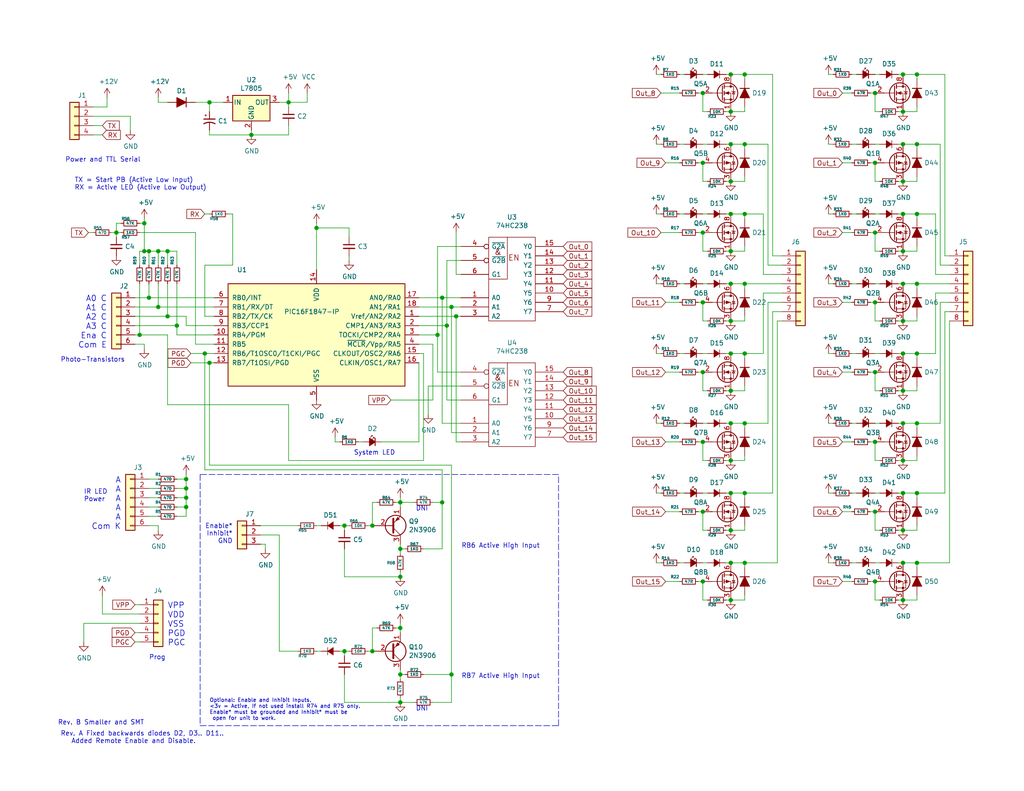
<source format=kicad_sch>
(kicad_sch (version 20210126) (generator eeschema)
  (paper "A")
  (title_block (title "Rotary Switch") (date "2019-07-11") (rev "A") (company "DMFE") (comment 1 "Model Railroad Ladder Selector"))
  (junction (at 31.75 63.5) (diameter 1.016))
  (junction (at 38.1 91.44) (diameter 1.016))
  (junction (at 39.37 60.96) (diameter 1.016))
  (junction (at 39.37 68.58) (diameter 1.016))
  (junction (at 40.64 68.58) (diameter 1.016))
  (junction (at 40.64 81.28) (diameter 1.016))
  (junction (at 43.18 68.58) (diameter 1.016))
  (junction (at 43.18 83.82) (diameter 1.016))
  (junction (at 45.72 68.58) (diameter 1.016))
  (junction (at 45.72 86.36) (diameter 1.016))
  (junction (at 48.26 88.9) (diameter 1.016))
  (junction (at 50.8 130.81) (diameter 1.016))
  (junction (at 50.8 133.35) (diameter 1.016))
  (junction (at 50.8 135.89) (diameter 1.016))
  (junction (at 50.8 138.43) (diameter 1.016))
  (junction (at 55.88 96.52) (diameter 1.016))
  (junction (at 57.15 27.94) (diameter 1.016))
  (junction (at 57.15 99.06) (diameter 1.016))
  (junction (at 68.58 36.83) (diameter 1.016))
  (junction (at 78.74 27.94) (diameter 1.016))
  (junction (at 86.36 62.23) (diameter 1.016))
  (junction (at 93.98 143.51) (diameter 1.016))
  (junction (at 93.98 177.8) (diameter 1.016))
  (junction (at 101.6 143.51) (diameter 1.016))
  (junction (at 101.6 177.8) (diameter 1.016))
  (junction (at 109.22 137.16) (diameter 1.016))
  (junction (at 109.22 149.86) (diameter 1.016))
  (junction (at 109.22 157.48) (diameter 1.016))
  (junction (at 109.22 171.45) (diameter 1.016))
  (junction (at 109.22 184.15) (diameter 1.016))
  (junction (at 109.22 191.77) (diameter 1.016))
  (junction (at 119.38 91.44) (diameter 1.016))
  (junction (at 120.65 81.28) (diameter 1.016))
  (junction (at 120.65 137.16) (diameter 1.016))
  (junction (at 121.92 88.9) (diameter 1.016))
  (junction (at 123.19 83.82) (diameter 1.016))
  (junction (at 123.19 184.15) (diameter 1.016))
  (junction (at 124.46 86.36) (diameter 1.016))
  (junction (at 191.77 25.4) (diameter 1.016))
  (junction (at 191.77 44.45) (diameter 1.016))
  (junction (at 191.77 63.5) (diameter 1.016))
  (junction (at 191.77 82.55) (diameter 1.016))
  (junction (at 191.77 101.6) (diameter 1.016))
  (junction (at 191.77 120.65) (diameter 1.016))
  (junction (at 191.77 139.7) (diameter 1.016))
  (junction (at 191.77 158.75) (diameter 1.016))
  (junction (at 199.39 20.32) (diameter 1.016))
  (junction (at 199.39 30.48) (diameter 1.016))
  (junction (at 199.39 39.37) (diameter 1.016))
  (junction (at 199.39 49.53) (diameter 1.016))
  (junction (at 199.39 58.42) (diameter 1.016))
  (junction (at 199.39 68.58) (diameter 1.016))
  (junction (at 199.39 77.47) (diameter 1.016))
  (junction (at 199.39 87.63) (diameter 1.016))
  (junction (at 199.39 96.52) (diameter 1.016))
  (junction (at 199.39 106.68) (diameter 1.016))
  (junction (at 199.39 115.57) (diameter 1.016))
  (junction (at 199.39 125.73) (diameter 1.016))
  (junction (at 199.39 134.62) (diameter 1.016))
  (junction (at 199.39 144.78) (diameter 1.016))
  (junction (at 199.39 153.67) (diameter 1.016))
  (junction (at 199.39 163.83) (diameter 1.016))
  (junction (at 203.2 20.32) (diameter 1.016))
  (junction (at 203.2 39.37) (diameter 1.016))
  (junction (at 203.2 58.42) (diameter 1.016))
  (junction (at 203.2 77.47) (diameter 1.016))
  (junction (at 203.2 96.52) (diameter 1.016))
  (junction (at 203.2 115.57) (diameter 1.016))
  (junction (at 203.2 134.62) (diameter 1.016))
  (junction (at 203.2 153.67) (diameter 1.016))
  (junction (at 238.76 25.4) (diameter 1.016))
  (junction (at 238.76 44.45) (diameter 1.016))
  (junction (at 238.76 63.5) (diameter 1.016))
  (junction (at 238.76 82.55) (diameter 1.016))
  (junction (at 238.76 101.6) (diameter 1.016))
  (junction (at 238.76 120.65) (diameter 1.016))
  (junction (at 238.76 139.7) (diameter 1.016))
  (junction (at 238.76 158.75) (diameter 1.016))
  (junction (at 246.38 20.32) (diameter 1.016))
  (junction (at 246.38 30.48) (diameter 1.016))
  (junction (at 246.38 39.37) (diameter 1.016))
  (junction (at 246.38 49.53) (diameter 1.016))
  (junction (at 246.38 58.42) (diameter 1.016))
  (junction (at 246.38 68.58) (diameter 1.016))
  (junction (at 246.38 77.47) (diameter 1.016))
  (junction (at 246.38 87.63) (diameter 1.016))
  (junction (at 246.38 96.52) (diameter 1.016))
  (junction (at 246.38 106.68) (diameter 1.016))
  (junction (at 246.38 115.57) (diameter 1.016))
  (junction (at 246.38 125.73) (diameter 1.016))
  (junction (at 246.38 134.62) (diameter 1.016))
  (junction (at 246.38 144.78) (diameter 1.016))
  (junction (at 246.38 153.67) (diameter 1.016))
  (junction (at 246.38 163.83) (diameter 1.016))
  (junction (at 250.19 20.32) (diameter 1.016))
  (junction (at 250.19 39.37) (diameter 1.016))
  (junction (at 250.19 58.42) (diameter 1.016))
  (junction (at 250.19 77.47) (diameter 1.016))
  (junction (at 250.19 96.52) (diameter 1.016))
  (junction (at 250.19 115.57) (diameter 1.016))
  (junction (at 250.19 134.62) (diameter 1.016))
  (junction (at 250.19 153.67) (diameter 1.016))
  (wire (pts (xy 22.86 170.18) (xy 22.86 175.26)))
  (wire (pts (xy 24.13 63.5) (xy 25.4 63.5)))
  (wire (pts (xy 25.4 29.21) (xy 29.21 29.21)))
  (wire (pts (xy 25.4 31.75) (xy 35.56 31.75)))
  (wire (pts (xy 25.4 34.29) (xy 27.94 34.29)))
  (wire (pts (xy 25.4 36.83) (xy 27.94 36.83)))
  (wire (pts (xy 27.94 167.64) (xy 27.94 162.56)))
  (wire (pts (xy 29.21 29.21) (xy 29.21 26.67)))
  (wire (pts (xy 30.48 63.5) (xy 31.75 63.5)))
  (wire (pts (xy 31.75 60.96) (xy 33.02 60.96)))
  (wire (pts (xy 31.75 63.5) (xy 31.75 60.96)))
  (wire (pts (xy 31.75 63.5) (xy 33.02 63.5)))
  (wire (pts (xy 31.75 64.77) (xy 31.75 63.5)))
  (wire (pts (xy 35.56 31.75) (xy 35.56 35.56)))
  (wire (pts (xy 36.83 81.28) (xy 40.64 81.28)))
  (wire (pts (xy 36.83 83.82) (xy 43.18 83.82)))
  (wire (pts (xy 36.83 86.36) (xy 45.72 86.36)))
  (wire (pts (xy 36.83 88.9) (xy 48.26 88.9)))
  (wire (pts (xy 38.1 60.96) (xy 39.37 60.96)))
  (wire (pts (xy 38.1 68.58) (xy 38.1 72.39)))
  (wire (pts (xy 38.1 77.47) (xy 38.1 91.44)))
  (wire (pts (xy 38.1 91.44) (xy 36.83 91.44)))
  (wire (pts (xy 38.1 165.1) (xy 36.83 165.1)))
  (wire (pts (xy 38.1 167.64) (xy 27.94 167.64)))
  (wire (pts (xy 38.1 170.18) (xy 22.86 170.18)))
  (wire (pts (xy 38.1 172.72) (xy 36.83 172.72)))
  (wire (pts (xy 38.1 175.26) (xy 36.83 175.26)))
  (wire (pts (xy 39.37 60.96) (xy 39.37 59.69)))
  (wire (pts (xy 39.37 60.96) (xy 39.37 68.58)))
  (wire (pts (xy 39.37 68.58) (xy 38.1 68.58)))
  (wire (pts (xy 39.37 93.98) (xy 36.83 93.98)))
  (wire (pts (xy 39.37 95.25) (xy 39.37 93.98)))
  (wire (pts (xy 40.64 68.58) (xy 39.37 68.58)))
  (wire (pts (xy 40.64 72.39) (xy 40.64 68.58)))
  (wire (pts (xy 40.64 81.28) (xy 40.64 77.47)))
  (wire (pts (xy 40.64 81.28) (xy 58.42 81.28)))
  (wire (pts (xy 40.64 130.81) (xy 43.18 130.81)))
  (wire (pts (xy 40.64 133.35) (xy 43.18 133.35)))
  (wire (pts (xy 40.64 135.89) (xy 43.18 135.89)))
  (wire (pts (xy 40.64 138.43) (xy 43.18 138.43)))
  (wire (pts (xy 40.64 140.97) (xy 43.18 140.97)))
  (wire (pts (xy 40.64 143.51) (xy 43.18 143.51)))
  (wire (pts (xy 43.18 26.67) (xy 43.18 27.94)))
  (wire (pts (xy 43.18 27.94) (xy 45.72 27.94)))
  (wire (pts (xy 43.18 68.58) (xy 40.64 68.58)))
  (wire (pts (xy 43.18 72.39) (xy 43.18 68.58)))
  (wire (pts (xy 43.18 83.82) (xy 43.18 77.47)))
  (wire (pts (xy 43.18 83.82) (xy 58.42 83.82)))
  (wire (pts (xy 43.18 143.51) (xy 43.18 144.78)))
  (wire (pts (xy 45.72 68.58) (xy 43.18 68.58)))
  (wire (pts (xy 45.72 72.39) (xy 45.72 68.58)))
  (wire (pts (xy 45.72 86.36) (xy 45.72 77.47)))
  (wire (pts (xy 45.72 86.36) (xy 50.8 86.36)))
  (wire (pts (xy 45.72 91.44) (xy 38.1 91.44)))
  (wire (pts (xy 45.72 110.49) (xy 45.72 91.44)))
  (wire (pts (xy 48.26 68.58) (xy 45.72 68.58)))
  (wire (pts (xy 48.26 72.39) (xy 48.26 68.58)))
  (wire (pts (xy 48.26 88.9) (xy 48.26 77.47)))
  (wire (pts (xy 48.26 88.9) (xy 48.26 91.44)))
  (wire (pts (xy 48.26 91.44) (xy 58.42 91.44)))
  (wire (pts (xy 48.26 130.81) (xy 50.8 130.81)))
  (wire (pts (xy 48.26 133.35) (xy 50.8 133.35)))
  (wire (pts (xy 48.26 135.89) (xy 50.8 135.89)))
  (wire (pts (xy 48.26 138.43) (xy 50.8 138.43)))
  (wire (pts (xy 48.26 140.97) (xy 50.8 140.97)))
  (wire (pts (xy 50.8 86.36) (xy 50.8 88.9)))
  (wire (pts (xy 50.8 88.9) (xy 58.42 88.9)))
  (wire (pts (xy 50.8 130.81) (xy 50.8 129.54)))
  (wire (pts (xy 50.8 133.35) (xy 50.8 130.81)))
  (wire (pts (xy 50.8 135.89) (xy 50.8 133.35)))
  (wire (pts (xy 50.8 138.43) (xy 50.8 135.89)))
  (wire (pts (xy 50.8 140.97) (xy 50.8 138.43)))
  (wire (pts (xy 52.07 96.52) (xy 55.88 96.52)))
  (wire (pts (xy 52.07 99.06) (xy 57.15 99.06)))
  (wire (pts (xy 53.34 27.94) (xy 57.15 27.94)))
  (wire (pts (xy 53.34 63.5) (xy 38.1 63.5)))
  (wire (pts (xy 53.34 93.98) (xy 53.34 63.5)))
  (wire (pts (xy 53.34 93.98) (xy 58.42 93.98)))
  (wire (pts (xy 55.88 58.42) (xy 57.15 58.42)))
  (wire (pts (xy 55.88 72.39) (xy 55.88 86.36)))
  (wire (pts (xy 55.88 86.36) (xy 58.42 86.36)))
  (wire (pts (xy 55.88 96.52) (xy 55.88 128.27)))
  (wire (pts (xy 55.88 96.52) (xy 58.42 96.52)))
  (wire (pts (xy 55.88 128.27) (xy 120.65 128.27)))
  (wire (pts (xy 57.15 27.94) (xy 57.15 30.48)))
  (wire (pts (xy 57.15 27.94) (xy 60.96 27.94)))
  (wire (pts (xy 57.15 35.56) (xy 57.15 36.83)))
  (wire (pts (xy 57.15 36.83) (xy 68.58 36.83)))
  (wire (pts (xy 57.15 99.06) (xy 57.15 127)))
  (wire (pts (xy 57.15 99.06) (xy 58.42 99.06)))
  (wire (pts (xy 57.15 127) (xy 123.19 127)))
  (wire (pts (xy 62.23 58.42) (xy 63.5 58.42)))
  (wire (pts (xy 63.5 58.42) (xy 63.5 72.39)))
  (wire (pts (xy 63.5 72.39) (xy 55.88 72.39)))
  (wire (pts (xy 68.58 35.56) (xy 68.58 36.83)))
  (wire (pts (xy 68.58 36.83) (xy 78.74 36.83)))
  (wire (pts (xy 71.12 143.51) (xy 81.28 143.51)))
  (wire (pts (xy 71.12 148.59) (xy 72.39 148.59)))
  (wire (pts (xy 72.39 148.59) (xy 72.39 149.86)))
  (wire (pts (xy 76.2 27.94) (xy 78.74 27.94)))
  (wire (pts (xy 76.2 146.05) (xy 71.12 146.05)))
  (wire (pts (xy 76.2 177.8) (xy 76.2 146.05)))
  (wire (pts (xy 78.74 25.4) (xy 78.74 27.94)))
  (wire (pts (xy 78.74 27.94) (xy 78.74 29.21)))
  (wire (pts (xy 78.74 36.83) (xy 78.74 34.29)))
  (wire (pts (xy 78.74 110.49) (xy 45.72 110.49)))
  (wire (pts (xy 78.74 125.73) (xy 78.74 110.49)))
  (wire (pts (xy 81.28 177.8) (xy 76.2 177.8)))
  (wire (pts (xy 83.82 25.4) (xy 83.82 27.94)))
  (wire (pts (xy 83.82 27.94) (xy 78.74 27.94)))
  (wire (pts (xy 86.36 62.23) (xy 86.36 60.96)))
  (wire (pts (xy 86.36 73.66) (xy 86.36 62.23)))
  (wire (pts (xy 86.36 143.51) (xy 87.63 143.51)))
  (wire (pts (xy 86.36 177.8) (xy 87.63 177.8)))
  (wire (pts (xy 91.44 119.38) (xy 91.44 120.65)))
  (wire (pts (xy 91.44 120.65) (xy 92.71 120.65)))
  (wire (pts (xy 92.71 143.51) (xy 93.98 143.51)))
  (wire (pts (xy 92.71 177.8) (xy 93.98 177.8)))
  (wire (pts (xy 93.98 143.51) (xy 95.25 143.51)))
  (wire (pts (xy 93.98 144.78) (xy 93.98 143.51)))
  (wire (pts (xy 93.98 149.86) (xy 93.98 157.48)))
  (wire (pts (xy 93.98 157.48) (xy 109.22 157.48)))
  (wire (pts (xy 93.98 177.8) (xy 93.98 179.07)))
  (wire (pts (xy 93.98 177.8) (xy 95.25 177.8)))
  (wire (pts (xy 93.98 184.15) (xy 93.98 191.77)))
  (wire (pts (xy 93.98 191.77) (xy 109.22 191.77)))
  (wire (pts (xy 95.25 62.23) (xy 86.36 62.23)))
  (wire (pts (xy 95.25 64.77) (xy 95.25 62.23)))
  (wire (pts (xy 95.25 71.12) (xy 95.25 69.85)))
  (wire (pts (xy 97.79 120.65) (xy 99.06 120.65)))
  (wire (pts (xy 100.33 143.51) (xy 101.6 143.51)))
  (wire (pts (xy 100.33 177.8) (xy 101.6 177.8)))
  (wire (pts (xy 101.6 137.16) (xy 102.87 137.16)))
  (wire (pts (xy 101.6 143.51) (xy 101.6 137.16)))
  (wire (pts (xy 101.6 171.45) (xy 102.87 171.45)))
  (wire (pts (xy 101.6 177.8) (xy 101.6 171.45)))
  (wire (pts (xy 104.14 120.65) (xy 114.3 120.65)))
  (wire (pts (xy 106.68 109.22) (xy 118.11 109.22)))
  (wire (pts (xy 107.95 137.16) (xy 109.22 137.16)))
  (wire (pts (xy 107.95 171.45) (xy 109.22 171.45)))
  (wire (pts (xy 109.22 135.89) (xy 109.22 137.16)))
  (wire (pts (xy 109.22 137.16) (xy 109.22 138.43)))
  (wire (pts (xy 109.22 137.16) (xy 113.03 137.16)))
  (wire (pts (xy 109.22 148.59) (xy 109.22 149.86)))
  (wire (pts (xy 109.22 149.86) (xy 109.22 151.13)))
  (wire (pts (xy 109.22 157.48) (xy 109.22 156.21)))
  (wire (pts (xy 109.22 170.18) (xy 109.22 171.45)))
  (wire (pts (xy 109.22 171.45) (xy 109.22 172.72)))
  (wire (pts (xy 109.22 182.88) (xy 109.22 184.15)))
  (wire (pts (xy 109.22 184.15) (xy 109.22 185.42)))
  (wire (pts (xy 109.22 190.5) (xy 109.22 191.77)))
  (wire (pts (xy 109.22 191.77) (xy 113.03 191.77)))
  (wire (pts (xy 110.49 149.86) (xy 109.22 149.86)))
  (wire (pts (xy 110.49 184.15) (xy 109.22 184.15)))
  (wire (pts (xy 114.3 81.28) (xy 120.65 81.28)))
  (wire (pts (xy 114.3 83.82) (xy 123.19 83.82)))
  (wire (pts (xy 114.3 86.36) (xy 124.46 86.36)))
  (wire (pts (xy 114.3 88.9) (xy 121.92 88.9)))
  (wire (pts (xy 114.3 91.44) (xy 119.38 91.44)))
  (wire (pts (xy 114.3 96.52) (xy 115.57 96.52)))
  (wire (pts (xy 114.3 120.65) (xy 114.3 99.06)))
  (wire (pts (xy 115.57 96.52) (xy 115.57 125.73)))
  (wire (pts (xy 115.57 125.73) (xy 78.74 125.73)))
  (wire (pts (xy 116.84 105.41) (xy 116.84 113.03)))
  (wire (pts (xy 118.11 93.98) (xy 114.3 93.98)))
  (wire (pts (xy 118.11 109.22) (xy 118.11 93.98)))
  (wire (pts (xy 118.11 137.16) (xy 120.65 137.16)))
  (wire (pts (xy 118.11 191.77) (xy 123.19 191.77)))
  (wire (pts (xy 119.38 67.31) (xy 125.73 67.31)))
  (wire (pts (xy 119.38 91.44) (xy 119.38 67.31)))
  (wire (pts (xy 119.38 91.44) (xy 119.38 101.6)))
  (wire (pts (xy 119.38 101.6) (xy 125.73 101.6)))
  (wire (pts (xy 120.65 81.28) (xy 120.65 115.57)))
  (wire (pts (xy 120.65 81.28) (xy 125.73 81.28)))
  (wire (pts (xy 120.65 115.57) (xy 125.73 115.57)))
  (wire (pts (xy 120.65 128.27) (xy 120.65 137.16)))
  (wire (pts (xy 120.65 137.16) (xy 120.65 149.86)))
  (wire (pts (xy 120.65 149.86) (xy 115.57 149.86)))
  (wire (pts (xy 121.92 71.12) (xy 125.73 71.12)))
  (wire (pts (xy 121.92 88.9) (xy 121.92 71.12)))
  (wire (pts (xy 121.92 88.9) (xy 121.92 109.22)))
  (wire (pts (xy 121.92 109.22) (xy 125.73 109.22)))
  (wire (pts (xy 123.19 83.82) (xy 123.19 118.11)))
  (wire (pts (xy 123.19 83.82) (xy 125.73 83.82)))
  (wire (pts (xy 123.19 118.11) (xy 125.73 118.11)))
  (wire (pts (xy 123.19 127) (xy 123.19 184.15)))
  (wire (pts (xy 123.19 184.15) (xy 115.57 184.15)))
  (wire (pts (xy 123.19 191.77) (xy 123.19 184.15)))
  (wire (pts (xy 124.46 74.93) (xy 124.46 63.5)))
  (wire (pts (xy 124.46 86.36) (xy 124.46 120.65)))
  (wire (pts (xy 124.46 86.36) (xy 125.73 86.36)))
  (wire (pts (xy 124.46 120.65) (xy 125.73 120.65)))
  (wire (pts (xy 125.73 74.93) (xy 124.46 74.93)))
  (wire (pts (xy 125.73 105.41) (xy 116.84 105.41)))
  (wire (pts (xy 180.34 20.32) (xy 179.07 20.32)))
  (wire (pts (xy 180.34 25.4) (xy 185.42 25.4)))
  (wire (pts (xy 180.34 39.37) (xy 179.07 39.37)))
  (wire (pts (xy 180.34 58.42) (xy 179.07 58.42)))
  (wire (pts (xy 180.34 63.5) (xy 185.42 63.5)))
  (wire (pts (xy 180.34 77.47) (xy 179.07 77.47)))
  (wire (pts (xy 180.34 96.52) (xy 179.07 96.52)))
  (wire (pts (xy 180.34 115.57) (xy 179.07 115.57)))
  (wire (pts (xy 180.34 134.62) (xy 179.07 134.62)))
  (wire (pts (xy 180.34 153.67) (xy 179.07 153.67)))
  (wire (pts (xy 181.61 44.45) (xy 185.42 44.45)))
  (wire (pts (xy 181.61 82.55) (xy 185.42 82.55)))
  (wire (pts (xy 181.61 101.6) (xy 185.42 101.6)))
  (wire (pts (xy 181.61 120.65) (xy 185.42 120.65)))
  (wire (pts (xy 181.61 139.7) (xy 185.42 139.7)))
  (wire (pts (xy 181.61 158.75) (xy 185.42 158.75)))
  (wire (pts (xy 186.69 20.32) (xy 185.42 20.32)))
  (wire (pts (xy 186.69 39.37) (xy 185.42 39.37)))
  (wire (pts (xy 186.69 58.42) (xy 185.42 58.42)))
  (wire (pts (xy 186.69 77.47) (xy 185.42 77.47)))
  (wire (pts (xy 186.69 96.52) (xy 185.42 96.52)))
  (wire (pts (xy 186.69 115.57) (xy 185.42 115.57)))
  (wire (pts (xy 186.69 134.62) (xy 185.42 134.62)))
  (wire (pts (xy 186.69 153.67) (xy 185.42 153.67)))
  (wire (pts (xy 190.5 25.4) (xy 191.77 25.4)))
  (wire (pts (xy 190.5 44.45) (xy 191.77 44.45)))
  (wire (pts (xy 190.5 63.5) (xy 191.77 63.5)))
  (wire (pts (xy 190.5 82.55) (xy 191.77 82.55)))
  (wire (pts (xy 190.5 101.6) (xy 191.77 101.6)))
  (wire (pts (xy 190.5 120.65) (xy 191.77 120.65)))
  (wire (pts (xy 190.5 139.7) (xy 191.77 139.7)))
  (wire (pts (xy 190.5 158.75) (xy 191.77 158.75)))
  (wire (pts (xy 191.77 30.48) (xy 191.77 25.4)))
  (wire (pts (xy 191.77 49.53) (xy 191.77 44.45)))
  (wire (pts (xy 191.77 68.58) (xy 191.77 63.5)))
  (wire (pts (xy 191.77 87.63) (xy 191.77 82.55)))
  (wire (pts (xy 191.77 106.68) (xy 191.77 101.6)))
  (wire (pts (xy 191.77 125.73) (xy 191.77 120.65)))
  (wire (pts (xy 191.77 144.78) (xy 191.77 139.7)))
  (wire (pts (xy 191.77 163.83) (xy 191.77 158.75)))
  (wire (pts (xy 193.04 20.32) (xy 191.77 20.32)))
  (wire (pts (xy 193.04 30.48) (xy 191.77 30.48)))
  (wire (pts (xy 193.04 39.37) (xy 191.77 39.37)))
  (wire (pts (xy 193.04 49.53) (xy 191.77 49.53)))
  (wire (pts (xy 193.04 58.42) (xy 191.77 58.42)))
  (wire (pts (xy 193.04 68.58) (xy 191.77 68.58)))
  (wire (pts (xy 193.04 77.47) (xy 191.77 77.47)))
  (wire (pts (xy 193.04 87.63) (xy 191.77 87.63)))
  (wire (pts (xy 193.04 96.52) (xy 191.77 96.52)))
  (wire (pts (xy 193.04 106.68) (xy 191.77 106.68)))
  (wire (pts (xy 193.04 115.57) (xy 191.77 115.57)))
  (wire (pts (xy 193.04 125.73) (xy 191.77 125.73)))
  (wire (pts (xy 193.04 134.62) (xy 191.77 134.62)))
  (wire (pts (xy 193.04 144.78) (xy 191.77 144.78)))
  (wire (pts (xy 193.04 153.67) (xy 191.77 153.67)))
  (wire (pts (xy 193.04 163.83) (xy 191.77 163.83)))
  (wire (pts (xy 198.12 30.48) (xy 199.39 30.48)))
  (wire (pts (xy 198.12 49.53) (xy 199.39 49.53)))
  (wire (pts (xy 198.12 68.58) (xy 199.39 68.58)))
  (wire (pts (xy 198.12 87.63) (xy 199.39 87.63)))
  (wire (pts (xy 198.12 106.68) (xy 199.39 106.68)))
  (wire (pts (xy 198.12 125.73) (xy 199.39 125.73)))
  (wire (pts (xy 198.12 144.78) (xy 199.39 144.78)))
  (wire (pts (xy 198.12 163.83) (xy 199.39 163.83)))
  (wire (pts (xy 199.39 20.32) (xy 198.12 20.32)))
  (wire (pts (xy 199.39 39.37) (xy 198.12 39.37)))
  (wire (pts (xy 199.39 58.42) (xy 198.12 58.42)))
  (wire (pts (xy 199.39 77.47) (xy 198.12 77.47)))
  (wire (pts (xy 199.39 96.52) (xy 198.12 96.52)))
  (wire (pts (xy 199.39 115.57) (xy 198.12 115.57)))
  (wire (pts (xy 199.39 134.62) (xy 198.12 134.62)))
  (wire (pts (xy 199.39 153.67) (xy 198.12 153.67)))
  (wire (pts (xy 203.2 20.32) (xy 199.39 20.32)))
  (wire (pts (xy 203.2 21.59) (xy 203.2 20.32)))
  (wire (pts (xy 203.2 29.21) (xy 203.2 30.48)))
  (wire (pts (xy 203.2 30.48) (xy 199.39 30.48)))
  (wire (pts (xy 203.2 39.37) (xy 199.39 39.37)))
  (wire (pts (xy 203.2 40.64) (xy 203.2 39.37)))
  (wire (pts (xy 203.2 48.26) (xy 203.2 49.53)))
  (wire (pts (xy 203.2 49.53) (xy 199.39 49.53)))
  (wire (pts (xy 203.2 58.42) (xy 199.39 58.42)))
  (wire (pts (xy 203.2 58.42) (xy 208.28 58.42)))
  (wire (pts (xy 203.2 59.69) (xy 203.2 58.42)))
  (wire (pts (xy 203.2 67.31) (xy 203.2 68.58)))
  (wire (pts (xy 203.2 68.58) (xy 199.39 68.58)))
  (wire (pts (xy 203.2 77.47) (xy 199.39 77.47)))
  (wire (pts (xy 203.2 77.47) (xy 213.36 77.47)))
  (wire (pts (xy 203.2 78.74) (xy 203.2 77.47)))
  (wire (pts (xy 203.2 86.36) (xy 203.2 87.63)))
  (wire (pts (xy 203.2 87.63) (xy 199.39 87.63)))
  (wire (pts (xy 203.2 96.52) (xy 199.39 96.52)))
  (wire (pts (xy 203.2 96.52) (xy 208.28 96.52)))
  (wire (pts (xy 203.2 97.79) (xy 203.2 96.52)))
  (wire (pts (xy 203.2 105.41) (xy 203.2 106.68)))
  (wire (pts (xy 203.2 106.68) (xy 199.39 106.68)))
  (wire (pts (xy 203.2 115.57) (xy 199.39 115.57)))
  (wire (pts (xy 203.2 115.57) (xy 209.55 115.57)))
  (wire (pts (xy 203.2 116.84) (xy 203.2 115.57)))
  (wire (pts (xy 203.2 124.46) (xy 203.2 125.73)))
  (wire (pts (xy 203.2 125.73) (xy 199.39 125.73)))
  (wire (pts (xy 203.2 134.62) (xy 199.39 134.62)))
  (wire (pts (xy 203.2 134.62) (xy 210.82 134.62)))
  (wire (pts (xy 203.2 135.89) (xy 203.2 134.62)))
  (wire (pts (xy 203.2 143.51) (xy 203.2 144.78)))
  (wire (pts (xy 203.2 144.78) (xy 199.39 144.78)))
  (wire (pts (xy 203.2 153.67) (xy 199.39 153.67)))
  (wire (pts (xy 203.2 153.67) (xy 212.09 153.67)))
  (wire (pts (xy 203.2 154.94) (xy 203.2 153.67)))
  (wire (pts (xy 203.2 162.56) (xy 203.2 163.83)))
  (wire (pts (xy 203.2 163.83) (xy 199.39 163.83)))
  (wire (pts (xy 208.28 58.42) (xy 208.28 74.93)))
  (wire (pts (xy 208.28 74.93) (xy 213.36 74.93)))
  (wire (pts (xy 208.28 80.01) (xy 213.36 80.01)))
  (wire (pts (xy 208.28 96.52) (xy 208.28 80.01)))
  (wire (pts (xy 209.55 39.37) (xy 203.2 39.37)))
  (wire (pts (xy 209.55 72.39) (xy 209.55 39.37)))
  (wire (pts (xy 209.55 82.55) (xy 213.36 82.55)))
  (wire (pts (xy 209.55 115.57) (xy 209.55 82.55)))
  (wire (pts (xy 210.82 20.32) (xy 203.2 20.32)))
  (wire (pts (xy 210.82 69.85) (xy 210.82 20.32)))
  (wire (pts (xy 210.82 85.09) (xy 213.36 85.09)))
  (wire (pts (xy 210.82 134.62) (xy 210.82 85.09)))
  (wire (pts (xy 212.09 87.63) (xy 213.36 87.63)))
  (wire (pts (xy 212.09 153.67) (xy 212.09 87.63)))
  (wire (pts (xy 213.36 69.85) (xy 210.82 69.85)))
  (wire (pts (xy 213.36 72.39) (xy 209.55 72.39)))
  (wire (pts (xy 227.33 20.32) (xy 226.06 20.32)))
  (wire (pts (xy 227.33 39.37) (xy 226.06 39.37)))
  (wire (pts (xy 227.33 58.42) (xy 226.06 58.42)))
  (wire (pts (xy 227.33 77.47) (xy 226.06 77.47)))
  (wire (pts (xy 227.33 96.52) (xy 226.06 96.52)))
  (wire (pts (xy 227.33 115.57) (xy 226.06 115.57)))
  (wire (pts (xy 227.33 134.62) (xy 226.06 134.62)))
  (wire (pts (xy 227.33 153.67) (xy 226.06 153.67)))
  (wire (pts (xy 229.87 25.4) (xy 232.41 25.4)))
  (wire (pts (xy 229.87 44.45) (xy 232.41 44.45)))
  (wire (pts (xy 229.87 63.5) (xy 232.41 63.5)))
  (wire (pts (xy 229.87 82.55) (xy 232.41 82.55)))
  (wire (pts (xy 229.87 101.6) (xy 232.41 101.6)))
  (wire (pts (xy 229.87 120.65) (xy 232.41 120.65)))
  (wire (pts (xy 229.87 139.7) (xy 232.41 139.7)))
  (wire (pts (xy 229.87 158.75) (xy 232.41 158.75)))
  (wire (pts (xy 233.68 20.32) (xy 232.41 20.32)))
  (wire (pts (xy 233.68 39.37) (xy 232.41 39.37)))
  (wire (pts (xy 233.68 58.42) (xy 232.41 58.42)))
  (wire (pts (xy 233.68 77.47) (xy 232.41 77.47)))
  (wire (pts (xy 233.68 96.52) (xy 232.41 96.52)))
  (wire (pts (xy 233.68 115.57) (xy 232.41 115.57)))
  (wire (pts (xy 233.68 134.62) (xy 232.41 134.62)))
  (wire (pts (xy 233.68 153.67) (xy 232.41 153.67)))
  (wire (pts (xy 237.49 25.4) (xy 238.76 25.4)))
  (wire (pts (xy 237.49 44.45) (xy 238.76 44.45)))
  (wire (pts (xy 237.49 63.5) (xy 238.76 63.5)))
  (wire (pts (xy 237.49 82.55) (xy 238.76 82.55)))
  (wire (pts (xy 237.49 101.6) (xy 238.76 101.6)))
  (wire (pts (xy 237.49 120.65) (xy 238.76 120.65)))
  (wire (pts (xy 237.49 139.7) (xy 238.76 139.7)))
  (wire (pts (xy 237.49 158.75) (xy 238.76 158.75)))
  (wire (pts (xy 238.76 30.48) (xy 238.76 25.4)))
  (wire (pts (xy 238.76 49.53) (xy 238.76 44.45)))
  (wire (pts (xy 238.76 68.58) (xy 238.76 63.5)))
  (wire (pts (xy 238.76 87.63) (xy 238.76 82.55)))
  (wire (pts (xy 238.76 106.68) (xy 238.76 101.6)))
  (wire (pts (xy 238.76 125.73) (xy 238.76 120.65)))
  (wire (pts (xy 238.76 144.78) (xy 238.76 139.7)))
  (wire (pts (xy 238.76 163.83) (xy 238.76 158.75)))
  (wire (pts (xy 240.03 20.32) (xy 238.76 20.32)))
  (wire (pts (xy 240.03 30.48) (xy 238.76 30.48)))
  (wire (pts (xy 240.03 39.37) (xy 238.76 39.37)))
  (wire (pts (xy 240.03 49.53) (xy 238.76 49.53)))
  (wire (pts (xy 240.03 58.42) (xy 238.76 58.42)))
  (wire (pts (xy 240.03 68.58) (xy 238.76 68.58)))
  (wire (pts (xy 240.03 77.47) (xy 238.76 77.47)))
  (wire (pts (xy 240.03 87.63) (xy 238.76 87.63)))
  (wire (pts (xy 240.03 96.52) (xy 238.76 96.52)))
  (wire (pts (xy 240.03 106.68) (xy 238.76 106.68)))
  (wire (pts (xy 240.03 115.57) (xy 238.76 115.57)))
  (wire (pts (xy 240.03 125.73) (xy 238.76 125.73)))
  (wire (pts (xy 240.03 134.62) (xy 238.76 134.62)))
  (wire (pts (xy 240.03 144.78) (xy 238.76 144.78)))
  (wire (pts (xy 240.03 153.67) (xy 238.76 153.67)))
  (wire (pts (xy 240.03 163.83) (xy 238.76 163.83)))
  (wire (pts (xy 245.11 30.48) (xy 246.38 30.48)))
  (wire (pts (xy 245.11 49.53) (xy 246.38 49.53)))
  (wire (pts (xy 245.11 68.58) (xy 246.38 68.58)))
  (wire (pts (xy 245.11 87.63) (xy 246.38 87.63)))
  (wire (pts (xy 245.11 106.68) (xy 246.38 106.68)))
  (wire (pts (xy 245.11 125.73) (xy 246.38 125.73)))
  (wire (pts (xy 245.11 144.78) (xy 246.38 144.78)))
  (wire (pts (xy 245.11 163.83) (xy 246.38 163.83)))
  (wire (pts (xy 246.38 20.32) (xy 245.11 20.32)))
  (wire (pts (xy 246.38 39.37) (xy 245.11 39.37)))
  (wire (pts (xy 246.38 58.42) (xy 245.11 58.42)))
  (wire (pts (xy 246.38 77.47) (xy 245.11 77.47)))
  (wire (pts (xy 246.38 96.52) (xy 245.11 96.52)))
  (wire (pts (xy 246.38 115.57) (xy 245.11 115.57)))
  (wire (pts (xy 246.38 134.62) (xy 245.11 134.62)))
  (wire (pts (xy 246.38 153.67) (xy 245.11 153.67)))
  (wire (pts (xy 250.19 20.32) (xy 246.38 20.32)))
  (wire (pts (xy 250.19 21.59) (xy 250.19 20.32)))
  (wire (pts (xy 250.19 29.21) (xy 250.19 30.48)))
  (wire (pts (xy 250.19 30.48) (xy 246.38 30.48)))
  (wire (pts (xy 250.19 39.37) (xy 246.38 39.37)))
  (wire (pts (xy 250.19 40.64) (xy 250.19 39.37)))
  (wire (pts (xy 250.19 48.26) (xy 250.19 49.53)))
  (wire (pts (xy 250.19 49.53) (xy 246.38 49.53)))
  (wire (pts (xy 250.19 58.42) (xy 246.38 58.42)))
  (wire (pts (xy 250.19 59.69) (xy 250.19 58.42)))
  (wire (pts (xy 250.19 67.31) (xy 250.19 68.58)))
  (wire (pts (xy 250.19 68.58) (xy 246.38 68.58)))
  (wire (pts (xy 250.19 77.47) (xy 246.38 77.47)))
  (wire (pts (xy 250.19 78.74) (xy 250.19 77.47)))
  (wire (pts (xy 250.19 86.36) (xy 250.19 87.63)))
  (wire (pts (xy 250.19 87.63) (xy 246.38 87.63)))
  (wire (pts (xy 250.19 96.52) (xy 246.38 96.52)))
  (wire (pts (xy 250.19 96.52) (xy 255.27 96.52)))
  (wire (pts (xy 250.19 97.79) (xy 250.19 96.52)))
  (wire (pts (xy 250.19 105.41) (xy 250.19 106.68)))
  (wire (pts (xy 250.19 106.68) (xy 246.38 106.68)))
  (wire (pts (xy 250.19 115.57) (xy 246.38 115.57)))
  (wire (pts (xy 250.19 115.57) (xy 256.54 115.57)))
  (wire (pts (xy 250.19 116.84) (xy 250.19 115.57)))
  (wire (pts (xy 250.19 124.46) (xy 250.19 125.73)))
  (wire (pts (xy 250.19 125.73) (xy 246.38 125.73)))
  (wire (pts (xy 250.19 134.62) (xy 246.38 134.62)))
  (wire (pts (xy 250.19 134.62) (xy 257.81 134.62)))
  (wire (pts (xy 250.19 135.89) (xy 250.19 134.62)))
  (wire (pts (xy 250.19 143.51) (xy 250.19 144.78)))
  (wire (pts (xy 250.19 144.78) (xy 246.38 144.78)))
  (wire (pts (xy 250.19 153.67) (xy 246.38 153.67)))
  (wire (pts (xy 250.19 153.67) (xy 259.08 153.67)))
  (wire (pts (xy 250.19 154.94) (xy 250.19 153.67)))
  (wire (pts (xy 250.19 162.56) (xy 250.19 163.83)))
  (wire (pts (xy 250.19 163.83) (xy 246.38 163.83)))
  (wire (pts (xy 255.27 58.42) (xy 250.19 58.42)))
  (wire (pts (xy 255.27 74.93) (xy 255.27 58.42)))
  (wire (pts (xy 255.27 80.01) (xy 259.08 80.01)))
  (wire (pts (xy 255.27 96.52) (xy 255.27 80.01)))
  (wire (pts (xy 256.54 39.37) (xy 250.19 39.37)))
  (wire (pts (xy 256.54 72.39) (xy 256.54 39.37)))
  (wire (pts (xy 256.54 82.55) (xy 259.08 82.55)))
  (wire (pts (xy 256.54 115.57) (xy 256.54 82.55)))
  (wire (pts (xy 257.81 20.32) (xy 250.19 20.32)))
  (wire (pts (xy 257.81 69.85) (xy 257.81 20.32)))
  (wire (pts (xy 257.81 85.09) (xy 259.08 85.09)))
  (wire (pts (xy 257.81 134.62) (xy 257.81 85.09)))
  (wire (pts (xy 259.08 69.85) (xy 257.81 69.85)))
  (wire (pts (xy 259.08 72.39) (xy 256.54 72.39)))
  (wire (pts (xy 259.08 74.93) (xy 255.27 74.93)))
  (wire (pts (xy 259.08 77.47) (xy 250.19 77.47)))
  (wire (pts (xy 259.08 153.67) (xy 259.08 87.63)))
  (polyline (pts (xy 54.61 129.54) (xy 54.61 198.12)) (stroke (width 0) (type dash)))
  (polyline (pts (xy 54.61 198.12) (xy 152.4 198.12)) (stroke (width 0) (type dash)))
  (polyline (pts (xy 152.4 129.54) (xy 54.61 129.54)) (stroke (width 0) (type dash)))
  (polyline (pts (xy 152.4 198.12) (xy 152.4 129.54)) (stroke (width 0) (type dash)))
  (text "Photo-Transistors" (at 16.51 99.06 0) (effects (font (size 1.27 1.27)) (justify left bottom)))
  (text "Rev. A Fixed backwards diodes D2, D3.. D11.. \n   Added Remote Enable and Disable." (at 16.51 203.2 0) (effects (font (size 1.27 1.27)) (justify left bottom)))
  (text "Power and TTL Serial" (at 17.78 44.45 0) (effects (font (size 1.27 1.27)) (justify left bottom)))
  (text "TX = Start PB (Active Low Input)\nRX = Active LED (Active Low Output)" (at 20.32 52.07 0) (effects (font (size 1.27 1.27)) (justify left bottom)))
  (text "IR LED\nPower" (at 22.86 137.16 0) (effects (font (size 1.27 1.27)) (justify left bottom)))
  (text "A0 C\nA1 C\nA2 C\nA3 C\nEna C\nCom E" (at 29.21 95.25 180) (effects (font (size 1.5748 1.5748)) (justify right bottom)))
  (text "A\nA\nA\nA\nA\nCom K" (at 33.02 144.78 180) (effects (font (size 1.5748 1.5748)) (justify right bottom)))
  (text "Rev. B Smaller and SMT" (at 39.37 198.12 180) (effects (font (size 1.27 1.27)) (justify right bottom)))
  (text "Prog" (at 40.64 180.34 0) (effects (font (size 1.27 1.27)) (justify left bottom)))
  (text "VPP\nVDD\nVSS\nPGD\nPGC" (at 45.72 176.53 0) (effects (font (size 1.5748 1.5748)) (justify left bottom)))
  (text "Optional: Enable and Inhibit Inputs.\n<3v = Active, If not used install R74 and R75 only.\nEnable* must be grounded and Inhibit* must be\n open for unit to work." (at 57.15 196.85 0) (effects (font (size 1.016 1.016)) (justify left bottom)))
  (text "Enable*\nInhibit*\nGND" (at 63.5 148.59 180) (effects (font (size 1.27 1.27)) (justify right bottom)))
  (text "System LED" (at 96.52 124.46 0) (effects (font (size 1.27 1.27)) (justify left bottom)))
  (text "DNI" (at 116.84 139.7 180) (effects (font (size 1.27 1.27)) (justify right bottom)))
  (text "DNI" (at 116.84 194.31 180) (effects (font (size 1.27 1.27)) (justify right bottom)))
  (text "RB6 Active High Input" (at 147.32 149.86 180) (effects (font (size 1.27 1.27)) (justify right bottom)))
  (text "RB7 Active High Input" (at 147.32 185.42 180) (effects (font (size 1.27 1.27)) (justify right bottom)))
  (global_label "TX" (shape input) (at 24.13 63.5 180) (property "Intersheet References" "${INTERSHEET_REFS}" (effects hide)))
  (global_label "TX" (shape input) (at 27.94 34.29 0) (property "Intersheet References" "${INTERSHEET_REFS}" (effects hide)))
  (global_label "RX" (shape input) (at 27.94 36.83 0) (property "Intersheet References" "${INTERSHEET_REFS}" (effects hide)))
  (global_label "VPP" (shape input) (at 36.83 165.1 180) (property "Intersheet References" "${INTERSHEET_REFS}" (effects hide)))
  (global_label "PGD" (shape input) (at 36.83 172.72 180) (property "Intersheet References" "${INTERSHEET_REFS}" (effects hide)))
  (global_label "PGC" (shape input) (at 36.83 175.26 180) (property "Intersheet References" "${INTERSHEET_REFS}" (effects hide)))
  (global_label "PGC" (shape input) (at 52.07 96.52 180) (property "Intersheet References" "${INTERSHEET_REFS}" (effects hide)))
  (global_label "PGD" (shape input) (at 52.07 99.06 180) (property "Intersheet References" "${INTERSHEET_REFS}" (effects hide)))
  (global_label "RX" (shape input) (at 55.88 58.42 180) (property "Intersheet References" "${INTERSHEET_REFS}" (effects hide)))
  (global_label "VPP" (shape input) (at 106.68 109.22 180) (property "Intersheet References" "${INTERSHEET_REFS}" (effects hide)))
  (global_label "Out_0" (shape input) (at 153.67 67.31 0) (property "Intersheet References" "${INTERSHEET_REFS}" (effects hide)))
  (global_label "Out_1" (shape input) (at 153.67 69.85 0) (property "Intersheet References" "${INTERSHEET_REFS}" (effects hide)))
  (global_label "Out_2" (shape input) (at 153.67 72.39 0) (property "Intersheet References" "${INTERSHEET_REFS}" (effects hide)))
  (global_label "Out_3" (shape input) (at 153.67 74.93 0) (property "Intersheet References" "${INTERSHEET_REFS}" (effects hide)))
  (global_label "Out_4" (shape input) (at 153.67 77.47 0) (property "Intersheet References" "${INTERSHEET_REFS}" (effects hide)))
  (global_label "Out_5" (shape input) (at 153.67 80.01 0) (property "Intersheet References" "${INTERSHEET_REFS}" (effects hide)))
  (global_label "Out_6" (shape input) (at 153.67 82.55 0) (property "Intersheet References" "${INTERSHEET_REFS}" (effects hide)))
  (global_label "Out_7" (shape input) (at 153.67 85.09 0) (property "Intersheet References" "${INTERSHEET_REFS}" (effects hide)))
  (global_label "Out_8" (shape input) (at 153.67 101.6 0) (property "Intersheet References" "${INTERSHEET_REFS}" (effects hide)))
  (global_label "Out_9" (shape input) (at 153.67 104.14 0) (property "Intersheet References" "${INTERSHEET_REFS}" (effects hide)))
  (global_label "Out_10" (shape input) (at 153.67 106.68 0) (property "Intersheet References" "${INTERSHEET_REFS}" (effects hide)))
  (global_label "Out_11" (shape input) (at 153.67 109.22 0) (property "Intersheet References" "${INTERSHEET_REFS}" (effects hide)))
  (global_label "Out_12" (shape input) (at 153.67 111.76 0) (property "Intersheet References" "${INTERSHEET_REFS}" (effects hide)))
  (global_label "Out_13" (shape input) (at 153.67 114.3 0) (property "Intersheet References" "${INTERSHEET_REFS}" (effects hide)))
  (global_label "Out_14" (shape input) (at 153.67 116.84 0) (property "Intersheet References" "${INTERSHEET_REFS}" (effects hide)))
  (global_label "Out_15" (shape input) (at 153.67 119.38 0) (property "Intersheet References" "${INTERSHEET_REFS}" (effects hide)))
  (global_label "Out_8" (shape input) (at 180.34 25.4 180) (property "Intersheet References" "${INTERSHEET_REFS}" (effects hide)))
  (global_label "Out_10" (shape input) (at 180.34 63.5 180) (property "Intersheet References" "${INTERSHEET_REFS}" (effects hide)))
  (global_label "Out_9" (shape input) (at 181.61 44.45 180) (property "Intersheet References" "${INTERSHEET_REFS}" (effects hide)))
  (global_label "Out_11" (shape input) (at 181.61 82.55 180) (property "Intersheet References" "${INTERSHEET_REFS}" (effects hide)))
  (global_label "Out_12" (shape input) (at 181.61 101.6 180) (property "Intersheet References" "${INTERSHEET_REFS}" (effects hide)))
  (global_label "Out_13" (shape input) (at 181.61 120.65 180) (property "Intersheet References" "${INTERSHEET_REFS}" (effects hide)))
  (global_label "Out_14" (shape input) (at 181.61 139.7 180) (property "Intersheet References" "${INTERSHEET_REFS}" (effects hide)))
  (global_label "Out_15" (shape input) (at 181.61 158.75 180) (property "Intersheet References" "${INTERSHEET_REFS}" (effects hide)))
  (global_label "Out_0" (shape input) (at 229.87 25.4 180) (property "Intersheet References" "${INTERSHEET_REFS}" (effects hide)))
  (global_label "Out_1" (shape input) (at 229.87 44.45 180) (property "Intersheet References" "${INTERSHEET_REFS}" (effects hide)))
  (global_label "Out_2" (shape input) (at 229.87 63.5 180) (property "Intersheet References" "${INTERSHEET_REFS}" (effects hide)))
  (global_label "Out_3" (shape input) (at 229.87 82.55 180) (property "Intersheet References" "${INTERSHEET_REFS}" (effects hide)))
  (global_label "Out_4" (shape input) (at 229.87 101.6 180) (property "Intersheet References" "${INTERSHEET_REFS}" (effects hide)))
  (global_label "Out_5" (shape input) (at 229.87 120.65 180) (property "Intersheet References" "${INTERSHEET_REFS}" (effects hide)))
  (global_label "Out_6" (shape input) (at 229.87 139.7 180) (property "Intersheet References" "${INTERSHEET_REFS}" (effects hide)))
  (global_label "Out_7" (shape input) (at 229.87 158.75 180) (property "Intersheet References" "${INTERSHEET_REFS}" (effects hide)))
  (symbol (lib_id "power:+5V") (at 27.94 162.56 0) (unit 1)
    (property "Reference" "#PWR02" (effects hide))
    (property "Value" "+5V" (at 28.321 158.1658 0))
  )
  (symbol (lib_id "power:+12V") (at 29.21 26.67 0) (unit 1)
    (property "Reference" "#PWR03" (effects hide))
    (property "Value" "+12V" (at 29.591 22.2758 0))
  )
  (symbol (lib_id "power:+5V") (at 39.37 59.69 0) (unit 1)
    (property "Reference" "#PWR051" (effects hide))
    (property "Value" "+5V" (at 39.751 55.2958 0))
  )
  (symbol (lib_id "power:+12V") (at 43.18 26.67 0) (unit 1)
    (property "Reference" "#PWR06" (effects hide))
    (property "Value" "+12V" (at 43.561 22.2758 0))
  )
  (symbol (lib_id "power:+5V") (at 50.8 129.54 0) (unit 1)
    (property "Reference" "#PWR08" (effects hide))
    (property "Value" "+5V" (at 51.181 125.1458 0))
  )
  (symbol (lib_id "power:+5V") (at 78.74 25.4 0) (unit 1)
    (property "Reference" "#PWR010" (effects hide))
    (property "Value" "+5V" (at 79.121 21.0058 0))
  )
  (symbol (lib_id "power:VCC") (at 83.82 25.4 0) (unit 1)
    (property "Reference" "#PWR011" (effects hide))
    (property "Value" "VCC" (at 84.2518 21.0058 0))
  )
  (symbol (lib_id "power:+5V") (at 86.36 60.96 0) (unit 1)
    (property "Reference" "#PWR012" (effects hide))
    (property "Value" "+5V" (at 86.741 56.5658 0))
  )
  (symbol (lib_id "power:+5V") (at 91.44 119.38 0) (unit 1)
    (property "Reference" "#PWR014" (effects hide))
    (property "Value" "+5V" (at 91.821 114.9858 0))
  )
  (symbol (lib_id "power:+5V") (at 109.22 135.89 0) (unit 1)
    (property "Reference" "#PWR052" (effects hide))
    (property "Value" "+5V" (at 109.601 131.4958 0))
  )
  (symbol (lib_id "power:+5V") (at 109.22 170.18 0) (unit 1)
    (property "Reference" "#PWR055" (effects hide))
    (property "Value" "+5V" (at 109.601 165.7858 0))
  )
  (symbol (lib_id "power:+5V") (at 124.46 63.5 0) (unit 1)
    (property "Reference" "#PWR017" (effects hide))
    (property "Value" "+5V" (at 124.841 59.1058 0))
  )
  (symbol (lib_id "power:+5V") (at 179.07 20.32 0) (unit 1)
    (property "Reference" "#PWR018" (effects hide))
    (property "Value" "+5V" (at 179.451 15.9258 0))
  )
  (symbol (lib_id "power:+5V") (at 179.07 39.37 0) (unit 1)
    (property "Reference" "#PWR019" (effects hide))
    (property "Value" "+5V" (at 179.451 34.9758 0))
  )
  (symbol (lib_id "power:+5V") (at 179.07 58.42 0) (unit 1)
    (property "Reference" "#PWR020" (effects hide))
    (property "Value" "+5V" (at 179.451 54.0258 0))
  )
  (symbol (lib_id "power:+5V") (at 179.07 77.47 0) (unit 1)
    (property "Reference" "#PWR021" (effects hide))
    (property "Value" "+5V" (at 179.451 73.0758 0))
  )
  (symbol (lib_id "power:+5V") (at 179.07 96.52 0) (unit 1)
    (property "Reference" "#PWR022" (effects hide))
    (property "Value" "+5V" (at 179.451 92.1258 0))
  )
  (symbol (lib_id "power:+5V") (at 179.07 115.57 0) (unit 1)
    (property "Reference" "#PWR023" (effects hide))
    (property "Value" "+5V" (at 179.451 111.1758 0))
  )
  (symbol (lib_id "power:+5V") (at 179.07 134.62 0) (unit 1)
    (property "Reference" "#PWR024" (effects hide))
    (property "Value" "+5V" (at 179.451 130.2258 0))
  )
  (symbol (lib_id "power:+5V") (at 179.07 153.67 0) (unit 1)
    (property "Reference" "#PWR025" (effects hide))
    (property "Value" "+5V" (at 179.451 149.2758 0))
  )
  (symbol (lib_id "power:+5V") (at 226.06 20.32 0) (unit 1)
    (property "Reference" "#PWR034" (effects hide))
    (property "Value" "+5V" (at 226.441 15.9258 0))
  )
  (symbol (lib_id "power:+5V") (at 226.06 39.37 0) (unit 1)
    (property "Reference" "#PWR035" (effects hide))
    (property "Value" "+5V" (at 226.441 34.9758 0))
  )
  (symbol (lib_id "power:+5V") (at 226.06 58.42 0) (unit 1)
    (property "Reference" "#PWR036" (effects hide))
    (property "Value" "+5V" (at 226.441 54.0258 0))
  )
  (symbol (lib_id "power:+5V") (at 226.06 77.47 0) (unit 1)
    (property "Reference" "#PWR037" (effects hide))
    (property "Value" "+5V" (at 226.441 73.0758 0))
  )
  (symbol (lib_id "power:+5V") (at 226.06 96.52 0) (unit 1)
    (property "Reference" "#PWR038" (effects hide))
    (property "Value" "+5V" (at 226.441 92.1258 0))
  )
  (symbol (lib_id "power:+5V") (at 226.06 115.57 0) (unit 1)
    (property "Reference" "#PWR039" (effects hide))
    (property "Value" "+5V" (at 226.441 111.1758 0))
  )
  (symbol (lib_id "power:+5V") (at 226.06 134.62 0) (unit 1)
    (property "Reference" "#PWR040" (effects hide))
    (property "Value" "+5V" (at 226.441 130.2258 0))
  )
  (symbol (lib_id "power:+5V") (at 226.06 153.67 0) (unit 1)
    (property "Reference" "#PWR041" (effects hide))
    (property "Value" "+5V" (at 226.441 149.2758 0))
  )
  (symbol (lib_id "power:GND") (at 22.86 175.26 0) (unit 1)
    (property "Reference" "#PWR01" (effects hide))
    (property "Value" "GND" (at 22.987 179.6542 0))
  )
  (symbol (lib_id "power:GND") (at 31.75 69.85 0) (unit 1)
    (property "Reference" "#PWR050" (effects hide))
    (property "Value" "GND" (at 31.877 74.2442 0))
  )
  (symbol (lib_id "power:GND") (at 35.56 35.56 0) (unit 1)
    (property "Reference" "#PWR04" (effects hide))
    (property "Value" "GND" (at 35.687 39.9542 0))
  )
  (symbol (lib_id "power:GND") (at 39.37 95.25 0) (unit 1)
    (property "Reference" "#PWR05" (effects hide))
    (property "Value" "GND" (at 39.497 99.6442 0))
  )
  (symbol (lib_id "power:GND") (at 43.18 144.78 0) (unit 1)
    (property "Reference" "#PWR07" (effects hide))
    (property "Value" "GND" (at 43.307 149.1742 0))
  )
  (symbol (lib_id "power:GND") (at 68.58 36.83 0) (unit 1)
    (property "Reference" "#PWR09" (effects hide))
    (property "Value" "GND" (at 68.707 41.2242 0))
  )
  (symbol (lib_id "power:GND") (at 72.39 149.86 0) (unit 1)
    (property "Reference" "#PWR053" (effects hide))
    (property "Value" "GND" (at 72.517 154.2542 0))
  )
  (symbol (lib_id "power:GND") (at 86.36 109.22 0) (unit 1)
    (property "Reference" "#PWR013" (effects hide))
    (property "Value" "GND" (at 86.487 113.6142 0))
  )
  (symbol (lib_id "power:GND") (at 95.25 71.12 0) (unit 1)
    (property "Reference" "#PWR015" (effects hide))
    (property "Value" "GND" (at 95.377 75.5142 0))
  )
  (symbol (lib_id "power:GND") (at 109.22 157.48 0) (unit 1)
    (property "Reference" "#PWR054" (effects hide))
    (property "Value" "GND" (at 109.347 161.8742 0))
  )
  (symbol (lib_id "power:GND") (at 109.22 191.77 0) (unit 1)
    (property "Reference" "#PWR056" (effects hide))
    (property "Value" "GND" (at 109.347 196.1642 0))
  )
  (symbol (lib_id "power:GND") (at 116.84 113.03 0) (unit 1)
    (property "Reference" "#PWR016" (effects hide))
    (property "Value" "GND" (at 116.967 117.4242 0))
  )
  (symbol (lib_id "power:GND") (at 199.39 30.48 0) (unit 1)
    (property "Reference" "#PWR026" (effects hide))
    (property "Value" "GND" (at 199.517 34.8742 0))
  )
  (symbol (lib_id "power:GND") (at 199.39 49.53 0) (unit 1)
    (property "Reference" "#PWR027" (effects hide))
    (property "Value" "GND" (at 199.517 53.9242 0))
  )
  (symbol (lib_id "power:GND") (at 199.39 68.58 0) (unit 1)
    (property "Reference" "#PWR028" (effects hide))
    (property "Value" "GND" (at 199.517 72.9742 0))
  )
  (symbol (lib_id "power:GND") (at 199.39 87.63 0) (unit 1)
    (property "Reference" "#PWR029" (effects hide))
    (property "Value" "GND" (at 199.517 92.0242 0))
  )
  (symbol (lib_id "power:GND") (at 199.39 106.68 0) (unit 1)
    (property "Reference" "#PWR030" (effects hide))
    (property "Value" "GND" (at 199.517 111.0742 0))
  )
  (symbol (lib_id "power:GND") (at 199.39 125.73 0) (unit 1)
    (property "Reference" "#PWR031" (effects hide))
    (property "Value" "GND" (at 199.517 130.1242 0))
  )
  (symbol (lib_id "power:GND") (at 199.39 144.78 0) (unit 1)
    (property "Reference" "#PWR032" (effects hide))
    (property "Value" "GND" (at 199.517 149.1742 0))
  )
  (symbol (lib_id "power:GND") (at 199.39 163.83 0) (unit 1)
    (property "Reference" "#PWR033" (effects hide))
    (property "Value" "GND" (at 199.517 168.2242 0))
  )
  (symbol (lib_id "power:GND") (at 246.38 30.48 0) (unit 1)
    (property "Reference" "#PWR042" (effects hide))
    (property "Value" "GND" (at 246.507 34.8742 0))
  )
  (symbol (lib_id "power:GND") (at 246.38 49.53 0) (unit 1)
    (property "Reference" "#PWR043" (effects hide))
    (property "Value" "GND" (at 246.507 53.9242 0))
  )
  (symbol (lib_id "power:GND") (at 246.38 68.58 0) (unit 1)
    (property "Reference" "#PWR044" (effects hide))
    (property "Value" "GND" (at 246.507 72.9742 0))
  )
  (symbol (lib_id "power:GND") (at 246.38 87.63 0) (unit 1)
    (property "Reference" "#PWR045" (effects hide))
    (property "Value" "GND" (at 246.507 92.0242 0))
  )
  (symbol (lib_id "power:GND") (at 246.38 106.68 0) (unit 1)
    (property "Reference" "#PWR046" (effects hide))
    (property "Value" "GND" (at 246.507 111.0742 0))
  )
  (symbol (lib_id "power:GND") (at 246.38 125.73 0) (unit 1)
    (property "Reference" "#PWR047" (effects hide))
    (property "Value" "GND" (at 246.507 130.1242 0))
  )
  (symbol (lib_id "power:GND") (at 246.38 144.78 0) (unit 1)
    (property "Reference" "#PWR048" (effects hide))
    (property "Value" "GND" (at 246.507 149.1742 0))
  )
  (symbol (lib_id "power:GND") (at 246.38 163.83 0) (unit 1)
    (property "Reference" "#PWR049" (effects hide))
    (property "Value" "GND" (at 246.507 168.2242 0))
  )
  (symbol (lib_id "Device:R_Small") (at 27.94 63.5 270) (unit 1)
    (property "Reference" "R55" (at 26.67 62.23 90) (effects (font (size 0.762 0.762))))
    (property "Value" "470" (at 27.94 63.5 90) (effects (font (size 0.762 0.762))))
    (property "Footprint" "Resistor_SMD:R_0805_2012Metric_Pad1.20x1.40mm_HandSolder" (effects hide))
  )
  (symbol (lib_id "Device:R_Small") (at 35.56 60.96 270) (unit 1)
    (property "Reference" "R56" (at 34.29 59.69 90) (effects (font (size 0.762 0.762))))
    (property "Value" "47K" (at 35.56 60.96 90) (effects (font (size 0.762 0.762))))
    (property "Footprint" "Resistor_SMD:R_0805_2012Metric_Pad1.20x1.40mm_HandSolder" (effects hide))
  )
  (symbol (lib_id "Device:R_Small") (at 35.56 63.5 270) (unit 1)
    (property "Reference" "R57" (at 34.29 64.77 90) (effects (font (size 0.762 0.762))))
    (property "Value" "1K0" (at 35.56 63.5 90) (effects (font (size 0.762 0.762))))
    (property "Footprint" "Resistor_SMD:R_0805_2012Metric_Pad1.20x1.40mm_HandSolder" (effects hide))
  )
  (symbol (lib_id "Device:R_Small") (at 38.1 74.93 180) (unit 1)
    (property "Reference" "R59" (at 36.83 71.12 90) (effects (font (size 0.762 0.762))))
    (property "Value" "47K" (at 38.1 74.93 90) (effects (font (size 0.762 0.762))))
    (property "Footprint" "Resistor_SMD:R_0805_2012Metric_Pad1.20x1.40mm_HandSolder" (effects hide))
  )
  (symbol (lib_id "Device:R_Small") (at 40.64 74.93 180) (unit 1)
    (property "Reference" "R60" (at 39.37 71.12 90) (effects (font (size 0.762 0.762))))
    (property "Value" "47K" (at 40.64 74.93 90) (effects (font (size 0.762 0.762))))
    (property "Footprint" "Resistor_SMD:R_0805_2012Metric_Pad1.20x1.40mm_HandSolder" (effects hide))
  )
  (symbol (lib_id "Device:R_Small") (at 43.18 74.93 180) (unit 1)
    (property "Reference" "R61" (at 41.91 71.12 90) (effects (font (size 0.762 0.762))))
    (property "Value" "47K" (at 43.18 74.93 90) (effects (font (size 0.762 0.762))))
    (property "Footprint" "Resistor_SMD:R_0805_2012Metric_Pad1.20x1.40mm_HandSolder" (effects hide))
  )
  (symbol (lib_id "Device:R_Small") (at 45.72 74.93 180) (unit 1)
    (property "Reference" "R62" (at 44.45 71.12 90) (effects (font (size 0.762 0.762))))
    (property "Value" "47K" (at 45.72 74.93 90) (effects (font (size 0.762 0.762))))
    (property "Footprint" "Resistor_SMD:R_0805_2012Metric_Pad1.20x1.40mm_HandSolder" (effects hide))
  )
  (symbol (lib_id "Device:R_Small") (at 45.72 130.81 270) (unit 1)
    (property "Reference" "R1" (at 43.18 129.54 90) (effects (font (size 0.762 0.762))))
    (property "Value" "470" (at 45.72 130.81 90) (effects (font (size 0.762 0.762))))
    (property "Footprint" "Resistor_SMD:R_0805_2012Metric_Pad1.20x1.40mm_HandSolder" (effects hide))
  )
  (symbol (lib_id "Device:R_Small") (at 45.72 133.35 270) (unit 1)
    (property "Reference" "R2" (at 43.18 132.08 90) (effects (font (size 0.762 0.762))))
    (property "Value" "470" (at 45.72 133.35 90) (effects (font (size 0.762 0.762))))
    (property "Footprint" "Resistor_SMD:R_0805_2012Metric_Pad1.20x1.40mm_HandSolder" (effects hide))
  )
  (symbol (lib_id "Device:R_Small") (at 45.72 135.89 270) (unit 1)
    (property "Reference" "R3" (at 43.18 134.62 90) (effects (font (size 0.762 0.762))))
    (property "Value" "470" (at 45.72 135.89 90) (effects (font (size 0.762 0.762))))
    (property "Footprint" "Resistor_SMD:R_0805_2012Metric_Pad1.20x1.40mm_HandSolder" (effects hide))
  )
  (symbol (lib_id "Device:R_Small") (at 45.72 138.43 270) (unit 1)
    (property "Reference" "R4" (at 43.18 137.16 90) (effects (font (size 0.762 0.762))))
    (property "Value" "470" (at 45.72 138.43 90) (effects (font (size 0.762 0.762))))
    (property "Footprint" "Resistor_SMD:R_0805_2012Metric_Pad1.20x1.40mm_HandSolder" (effects hide))
  )
  (symbol (lib_id "Device:R_Small") (at 45.72 140.97 270) (unit 1)
    (property "Reference" "R5" (at 43.18 139.7 90) (effects (font (size 0.762 0.762))))
    (property "Value" "470" (at 45.72 140.97 90) (effects (font (size 0.762 0.762))))
    (property "Footprint" "Resistor_SMD:R_0805_2012Metric_Pad1.20x1.40mm_HandSolder" (effects hide))
  )
  (symbol (lib_id "Device:R_Small") (at 48.26 74.93 180) (unit 1)
    (property "Reference" "R63" (at 46.99 71.12 90) (effects (font (size 0.762 0.762))))
    (property "Value" "47K" (at 48.26 74.93 90) (effects (font (size 0.762 0.762))))
    (property "Footprint" "Resistor_SMD:R_0805_2012Metric_Pad1.20x1.40mm_HandSolder" (effects hide))
  )
  (symbol (lib_id "Device:R_Small") (at 59.69 58.42 270) (unit 1)
    (property "Reference" "R58" (at 58.42 59.69 90) (effects (font (size 0.762 0.762))))
    (property "Value" "1K0" (at 59.69 58.42 90) (effects (font (size 0.762 0.762))))
    (property "Footprint" "Resistor_SMD:R_0805_2012Metric_Pad1.20x1.40mm_HandSolder" (effects hide))
  )
  (symbol (lib_id "Device:R_Small") (at 83.82 143.51 270) (unit 1)
    (property "Reference" "R65" (at 82.55 144.78 90) (effects (font (size 0.762 0.762))))
    (property "Value" "1K0" (at 83.82 143.51 90) (effects (font (size 0.762 0.762))))
    (property "Footprint" "Resistor_SMD:R_0805_2012Metric_Pad1.20x1.40mm_HandSolder" (effects hide))
  )
  (symbol (lib_id "Device:R_Small") (at 83.82 177.8 270) (unit 1)
    (property "Reference" "R70" (at 82.55 179.07 90) (effects (font (size 0.762 0.762))))
    (property "Value" "1K0" (at 83.82 177.8 90) (effects (font (size 0.762 0.762))))
    (property "Footprint" "Resistor_SMD:R_0805_2012Metric_Pad1.20x1.40mm_HandSolder" (effects hide))
  )
  (symbol (lib_id "Device:R_Small") (at 95.25 120.65 270) (unit 1)
    (property "Reference" "R6" (at 93.98 119.38 90) (effects (font (size 0.762 0.762))))
    (property "Value" "1K0" (at 95.25 120.65 90) (effects (font (size 0.762 0.762))))
    (property "Footprint" "Resistor_SMD:R_0805_2012Metric_Pad1.20x1.40mm_HandSolder" (effects hide))
  )
  (symbol (lib_id "Device:R_Small") (at 97.79 143.51 270) (unit 1)
    (property "Reference" "R66" (at 96.52 142.24 90) (effects (font (size 0.762 0.762))))
    (property "Value" "10K" (at 97.79 143.51 90) (effects (font (size 0.762 0.762))))
    (property "Footprint" "Resistor_SMD:R_0805_2012Metric_Pad1.20x1.40mm_HandSolder" (effects hide))
  )
  (symbol (lib_id "Device:R_Small") (at 97.79 177.8 270) (unit 1)
    (property "Reference" "R71" (at 97.79 176.53 90) (effects (font (size 0.762 0.762))))
    (property "Value" "10K" (at 97.79 177.8 90) (effects (font (size 0.762 0.762))))
    (property "Footprint" "Resistor_SMD:R_0805_2012Metric_Pad1.20x1.40mm_HandSolder" (effects hide))
  )
  (symbol (lib_id "Device:R_Small") (at 105.41 137.16 90) (unit 1)
    (property "Reference" "R64" (at 105.41 135.89 90) (effects (font (size 0.762 0.762))))
    (property "Value" "47K" (at 105.41 137.16 90) (effects (font (size 0.762 0.762))))
    (property "Footprint" "Resistor_SMD:R_0805_2012Metric_Pad1.20x1.40mm_HandSolder" (effects hide))
  )
  (symbol (lib_id "Device:R_Small") (at 105.41 171.45 90) (unit 1)
    (property "Reference" "R69" (at 105.41 170.18 90) (effects (font (size 0.762 0.762))))
    (property "Value" "47K" (at 105.41 171.45 90) (effects (font (size 0.762 0.762))))
    (property "Footprint" "Resistor_SMD:R_0805_2012Metric_Pad1.20x1.40mm_HandSolder" (effects hide))
  )
  (symbol (lib_id "Device:R_Small") (at 109.22 153.67 0) (unit 1)
    (property "Reference" "R68" (at 106.68 153.67 0) (effects (font (size 0.762 0.762))))
    (property "Value" "47K" (at 109.22 153.67 90) (effects (font (size 0.762 0.762))))
    (property "Footprint" "Resistor_SMD:R_0805_2012Metric_Pad1.20x1.40mm_HandSolder" (effects hide))
  )
  (symbol (lib_id "Device:R_Small") (at 109.22 187.96 0) (unit 1)
    (property "Reference" "R73" (at 106.68 187.96 0) (effects (font (size 0.762 0.762))))
    (property "Value" "47K" (at 109.22 187.96 90) (effects (font (size 0.762 0.762))))
    (property "Footprint" "Resistor_SMD:R_0805_2012Metric_Pad1.20x1.40mm_HandSolder" (effects hide))
  )
  (symbol (lib_id "Device:R_Small") (at 113.03 149.86 270) (unit 1)
    (property "Reference" "R67" (at 113.03 148.59 90) (effects (font (size 0.762 0.762))))
    (property "Value" "1K0" (at 113.03 149.86 90) (effects (font (size 0.762 0.762))))
    (property "Footprint" "Resistor_SMD:R_0805_2012Metric_Pad1.20x1.40mm_HandSolder" (effects hide))
  )
  (symbol (lib_id "Device:R_Small") (at 113.03 184.15 270) (unit 1)
    (property "Reference" "R72" (at 113.03 182.88 90) (effects (font (size 0.762 0.762))))
    (property "Value" "1K0" (at 113.03 184.15 90) (effects (font (size 0.762 0.762))))
    (property "Footprint" "Resistor_SMD:R_0805_2012Metric_Pad1.20x1.40mm_HandSolder" (effects hide))
  )
  (symbol (lib_id "Device:R_Small") (at 115.57 137.16 90) (unit 1)
    (property "Reference" "R74" (at 115.57 135.89 90) (effects (font (size 0.762 0.762))))
    (property "Value" "47K" (at 115.57 137.16 90) (effects (font (size 0.762 0.762))))
    (property "Footprint" "Resistor_SMD:R_0805_2012Metric_Pad1.20x1.40mm_HandSolder" (effects hide))
  )
  (symbol (lib_id "Device:R_Small") (at 115.57 191.77 90) (unit 1)
    (property "Reference" "R75" (at 115.57 190.5 90) (effects (font (size 0.762 0.762))))
    (property "Value" "47K" (at 115.57 191.77 90) (effects (font (size 0.762 0.762))))
    (property "Footprint" "Resistor_SMD:R_0805_2012Metric_Pad1.20x1.40mm_HandSolder" (effects hide))
  )
  (symbol (lib_id "Device:R_Small") (at 182.88 20.32 270) (unit 1)
    (property "Reference" "R7" (at 181.61 19.05 90) (effects (font (size 0.762 0.762))))
    (property "Value" "1K0" (at 182.88 20.32 90) (effects (font (size 0.762 0.762))))
    (property "Footprint" "Resistor_SMD:R_0805_2012Metric_Pad1.20x1.40mm_HandSolder" (effects hide))
  )
  (symbol (lib_id "Device:R_Small") (at 182.88 39.37 270) (unit 1)
    (property "Reference" "R8" (at 181.61 38.1 90) (effects (font (size 0.762 0.762))))
    (property "Value" "1K0" (at 182.88 39.37 90) (effects (font (size 0.762 0.762))))
    (property "Footprint" "Resistor_SMD:R_0805_2012Metric_Pad1.20x1.40mm_HandSolder" (effects hide))
  )
  (symbol (lib_id "Device:R_Small") (at 182.88 58.42 270) (unit 1)
    (property "Reference" "R9" (at 181.61 57.15 90) (effects (font (size 0.762 0.762))))
    (property "Value" "1K0" (at 182.88 58.42 90) (effects (font (size 0.762 0.762))))
    (property "Footprint" "Resistor_SMD:R_0805_2012Metric_Pad1.20x1.40mm_HandSolder" (effects hide))
  )
  (symbol (lib_id "Device:R_Small") (at 182.88 77.47 270) (unit 1)
    (property "Reference" "R10" (at 181.61 76.2 90) (effects (font (size 0.762 0.762))))
    (property "Value" "1K0" (at 182.88 77.47 90) (effects (font (size 0.762 0.762))))
    (property "Footprint" "Resistor_SMD:R_0805_2012Metric_Pad1.20x1.40mm_HandSolder" (effects hide))
  )
  (symbol (lib_id "Device:R_Small") (at 182.88 96.52 270) (unit 1)
    (property "Reference" "R11" (at 181.61 95.25 90) (effects (font (size 0.762 0.762))))
    (property "Value" "1K0" (at 182.88 96.52 90) (effects (font (size 0.762 0.762))))
    (property "Footprint" "Resistor_SMD:R_0805_2012Metric_Pad1.20x1.40mm_HandSolder" (effects hide))
  )
  (symbol (lib_id "Device:R_Small") (at 182.88 115.57 270) (unit 1)
    (property "Reference" "R12" (at 181.61 114.3 90) (effects (font (size 0.762 0.762))))
    (property "Value" "1K0" (at 182.88 115.57 90) (effects (font (size 0.762 0.762))))
    (property "Footprint" "Resistor_SMD:R_0805_2012Metric_Pad1.20x1.40mm_HandSolder" (effects hide))
  )
  (symbol (lib_id "Device:R_Small") (at 182.88 134.62 270) (unit 1)
    (property "Reference" "R13" (at 181.61 133.35 90) (effects (font (size 0.762 0.762))))
    (property "Value" "1K0" (at 182.88 134.62 90) (effects (font (size 0.762 0.762))))
    (property "Footprint" "Resistor_SMD:R_0805_2012Metric_Pad1.20x1.40mm_HandSolder" (effects hide))
  )
  (symbol (lib_id "Device:R_Small") (at 182.88 153.67 270) (unit 1)
    (property "Reference" "R14" (at 181.61 152.4 90) (effects (font (size 0.762 0.762))))
    (property "Value" "1K0" (at 182.88 153.67 90) (effects (font (size 0.762 0.762))))
    (property "Footprint" "Resistor_SMD:R_0805_2012Metric_Pad1.20x1.40mm_HandSolder" (effects hide))
  )
  (symbol (lib_id "Device:R_Small") (at 187.96 25.4 270) (unit 1)
    (property "Reference" "R15" (at 184.15 24.13 90) (effects (font (size 0.762 0.762))))
    (property "Value" "47R" (at 187.96 25.4 90) (effects (font (size 0.762 0.762))))
    (property "Footprint" "Resistor_SMD:R_0805_2012Metric_Pad1.20x1.40mm_HandSolder" (effects hide))
  )
  (symbol (lib_id "Device:R_Small") (at 187.96 44.45 270) (unit 1)
    (property "Reference" "R16" (at 184.15 43.18 90) (effects (font (size 0.762 0.762))))
    (property "Value" "47R" (at 187.96 44.45 90) (effects (font (size 0.762 0.762))))
    (property "Footprint" "Resistor_SMD:R_0805_2012Metric_Pad1.20x1.40mm_HandSolder" (effects hide))
  )
  (symbol (lib_id "Device:R_Small") (at 187.96 63.5 270) (unit 1)
    (property "Reference" "R17" (at 184.15 62.23 90) (effects (font (size 0.762 0.762))))
    (property "Value" "47R" (at 187.96 63.5 90) (effects (font (size 0.762 0.762))))
    (property "Footprint" "Resistor_SMD:R_0805_2012Metric_Pad1.20x1.40mm_HandSolder" (effects hide))
  )
  (symbol (lib_id "Device:R_Small") (at 187.96 82.55 270) (unit 1)
    (property "Reference" "R18" (at 184.15 81.28 90) (effects (font (size 0.762 0.762))))
    (property "Value" "47R" (at 187.96 82.55 90) (effects (font (size 0.762 0.762))))
    (property "Footprint" "Resistor_SMD:R_0805_2012Metric_Pad1.20x1.40mm_HandSolder" (effects hide))
  )
  (symbol (lib_id "Device:R_Small") (at 187.96 101.6 270) (unit 1)
    (property "Reference" "R19" (at 184.15 100.33 90) (effects (font (size 0.762 0.762))))
    (property "Value" "47R" (at 187.96 101.6 90) (effects (font (size 0.762 0.762))))
    (property "Footprint" "Resistor_SMD:R_0805_2012Metric_Pad1.20x1.40mm_HandSolder" (effects hide))
  )
  (symbol (lib_id "Device:R_Small") (at 187.96 120.65 270) (unit 1)
    (property "Reference" "R20" (at 184.15 119.38 90) (effects (font (size 0.762 0.762))))
    (property "Value" "47R" (at 187.96 120.65 90) (effects (font (size 0.762 0.762))))
    (property "Footprint" "Resistor_SMD:R_0805_2012Metric_Pad1.20x1.40mm_HandSolder" (effects hide))
  )
  (symbol (lib_id "Device:R_Small") (at 187.96 139.7 270) (unit 1)
    (property "Reference" "R21" (at 184.15 138.43 90) (effects (font (size 0.762 0.762))))
    (property "Value" "47R" (at 187.96 139.7 90) (effects (font (size 0.762 0.762))))
    (property "Footprint" "Resistor_SMD:R_0805_2012Metric_Pad1.20x1.40mm_HandSolder" (effects hide))
  )
  (symbol (lib_id "Device:R_Small") (at 187.96 158.75 270) (unit 1)
    (property "Reference" "R22" (at 184.15 157.48 90) (effects (font (size 0.762 0.762))))
    (property "Value" "47R" (at 187.96 158.75 90) (effects (font (size 0.762 0.762))))
    (property "Footprint" "Resistor_SMD:R_0805_2012Metric_Pad1.20x1.40mm_HandSolder" (effects hide))
  )
  (symbol (lib_id "Device:R_Small") (at 195.58 30.48 270) (unit 1)
    (property "Reference" "R23" (at 194.31 31.75 90) (effects (font (size 0.762 0.762))))
    (property "Value" "10K" (at 195.58 30.48 90) (effects (font (size 0.762 0.762))))
    (property "Footprint" "Resistor_SMD:R_0805_2012Metric_Pad1.20x1.40mm_HandSolder" (effects hide))
  )
  (symbol (lib_id "Device:R_Small") (at 195.58 49.53 270) (unit 1)
    (property "Reference" "R24" (at 194.31 50.8 90) (effects (font (size 0.762 0.762))))
    (property "Value" "10K" (at 195.58 49.53 90) (effects (font (size 0.762 0.762))))
    (property "Footprint" "Resistor_SMD:R_0805_2012Metric_Pad1.20x1.40mm_HandSolder" (effects hide))
  )
  (symbol (lib_id "Device:R_Small") (at 195.58 68.58 270) (unit 1)
    (property "Reference" "R25" (at 194.31 69.85 90) (effects (font (size 0.762 0.762))))
    (property "Value" "10K" (at 195.58 68.58 90) (effects (font (size 0.762 0.762))))
    (property "Footprint" "Resistor_SMD:R_0805_2012Metric_Pad1.20x1.40mm_HandSolder" (effects hide))
  )
  (symbol (lib_id "Device:R_Small") (at 195.58 87.63 270) (unit 1)
    (property "Reference" "R26" (at 194.31 88.9 90) (effects (font (size 0.762 0.762))))
    (property "Value" "10K" (at 195.58 87.63 90) (effects (font (size 0.762 0.762))))
    (property "Footprint" "Resistor_SMD:R_0805_2012Metric_Pad1.20x1.40mm_HandSolder" (effects hide))
  )
  (symbol (lib_id "Device:R_Small") (at 195.58 106.68 270) (unit 1)
    (property "Reference" "R27" (at 194.31 107.95 90) (effects (font (size 0.762 0.762))))
    (property "Value" "10K" (at 195.58 106.68 90) (effects (font (size 0.762 0.762))))
    (property "Footprint" "Resistor_SMD:R_0805_2012Metric_Pad1.20x1.40mm_HandSolder" (effects hide))
  )
  (symbol (lib_id "Device:R_Small") (at 195.58 125.73 270) (unit 1)
    (property "Reference" "R28" (at 194.31 127 90) (effects (font (size 0.762 0.762))))
    (property "Value" "10K" (at 195.58 125.73 90) (effects (font (size 0.762 0.762))))
    (property "Footprint" "Resistor_SMD:R_0805_2012Metric_Pad1.20x1.40mm_HandSolder" (effects hide))
  )
  (symbol (lib_id "Device:R_Small") (at 195.58 144.78 270) (unit 1)
    (property "Reference" "R29" (at 194.31 146.05 90) (effects (font (size 0.762 0.762))))
    (property "Value" "10K" (at 195.58 144.78 90) (effects (font (size 0.762 0.762))))
    (property "Footprint" "Resistor_SMD:R_0805_2012Metric_Pad1.20x1.40mm_HandSolder" (effects hide))
  )
  (symbol (lib_id "Device:R_Small") (at 195.58 163.83 270) (unit 1)
    (property "Reference" "R30" (at 194.31 165.1 90) (effects (font (size 0.762 0.762))))
    (property "Value" "10K" (at 195.58 163.83 90) (effects (font (size 0.762 0.762))))
    (property "Footprint" "Resistor_SMD:R_0805_2012Metric_Pad1.20x1.40mm_HandSolder" (effects hide))
  )
  (symbol (lib_id "Device:R_Small") (at 229.87 20.32 270) (unit 1)
    (property "Reference" "R31" (at 228.6 19.05 90) (effects (font (size 0.762 0.762))))
    (property "Value" "1K0" (at 229.87 20.32 90) (effects (font (size 0.762 0.762))))
    (property "Footprint" "Resistor_SMD:R_0805_2012Metric_Pad1.20x1.40mm_HandSolder" (effects hide))
  )
  (symbol (lib_id "Device:R_Small") (at 229.87 39.37 270) (unit 1)
    (property "Reference" "R32" (at 228.6 38.1 90) (effects (font (size 0.762 0.762))))
    (property "Value" "1K0" (at 229.87 39.37 90) (effects (font (size 0.762 0.762))))
    (property "Footprint" "Resistor_SMD:R_0805_2012Metric_Pad1.20x1.40mm_HandSolder" (effects hide))
  )
  (symbol (lib_id "Device:R_Small") (at 229.87 58.42 270) (unit 1)
    (property "Reference" "R33" (at 228.6 57.15 90) (effects (font (size 0.762 0.762))))
    (property "Value" "1K0" (at 229.87 58.42 90) (effects (font (size 0.762 0.762))))
    (property "Footprint" "Resistor_SMD:R_0805_2012Metric_Pad1.20x1.40mm_HandSolder" (effects hide))
  )
  (symbol (lib_id "Device:R_Small") (at 229.87 77.47 270) (unit 1)
    (property "Reference" "R34" (at 228.6 76.2 90) (effects (font (size 0.762 0.762))))
    (property "Value" "1K0" (at 229.87 77.47 90) (effects (font (size 0.762 0.762))))
    (property "Footprint" "Resistor_SMD:R_0805_2012Metric_Pad1.20x1.40mm_HandSolder" (effects hide))
  )
  (symbol (lib_id "Device:R_Small") (at 229.87 96.52 270) (unit 1)
    (property "Reference" "R35" (at 228.6 95.25 90) (effects (font (size 0.762 0.762))))
    (property "Value" "1K0" (at 229.87 96.52 90) (effects (font (size 0.762 0.762))))
    (property "Footprint" "Resistor_SMD:R_0805_2012Metric_Pad1.20x1.40mm_HandSolder" (effects hide))
  )
  (symbol (lib_id "Device:R_Small") (at 229.87 115.57 270) (unit 1)
    (property "Reference" "R36" (at 228.6 114.3 90) (effects (font (size 0.762 0.762))))
    (property "Value" "1K0" (at 229.87 115.57 90) (effects (font (size 0.762 0.762))))
    (property "Footprint" "Resistor_SMD:R_0805_2012Metric_Pad1.20x1.40mm_HandSolder" (effects hide))
  )
  (symbol (lib_id "Device:R_Small") (at 229.87 134.62 270) (unit 1)
    (property "Reference" "R37" (at 228.6 133.35 90) (effects (font (size 0.762 0.762))))
    (property "Value" "1K0" (at 229.87 134.62 90) (effects (font (size 0.762 0.762))))
    (property "Footprint" "Resistor_SMD:R_0805_2012Metric_Pad1.20x1.40mm_HandSolder" (effects hide))
  )
  (symbol (lib_id "Device:R_Small") (at 229.87 153.67 270) (unit 1)
    (property "Reference" "R38" (at 228.6 152.4 90) (effects (font (size 0.762 0.762))))
    (property "Value" "1K0" (at 229.87 153.67 90) (effects (font (size 0.762 0.762))))
    (property "Footprint" "Resistor_SMD:R_0805_2012Metric_Pad1.20x1.40mm_HandSolder" (effects hide))
  )
  (symbol (lib_id "Device:R_Small") (at 234.95 25.4 270) (unit 1)
    (property "Reference" "R39" (at 231.14 24.13 90) (effects (font (size 0.762 0.762))))
    (property "Value" "47R" (at 234.95 25.4 90) (effects (font (size 0.762 0.762))))
    (property "Footprint" "Resistor_SMD:R_0805_2012Metric_Pad1.20x1.40mm_HandSolder" (effects hide))
  )
  (symbol (lib_id "Device:R_Small") (at 234.95 44.45 270) (unit 1)
    (property "Reference" "R40" (at 231.14 43.18 90) (effects (font (size 0.762 0.762))))
    (property "Value" "47R" (at 234.95 44.45 90) (effects (font (size 0.762 0.762))))
    (property "Footprint" "Resistor_SMD:R_0805_2012Metric_Pad1.20x1.40mm_HandSolder" (effects hide))
  )
  (symbol (lib_id "Device:R_Small") (at 234.95 63.5 270) (unit 1)
    (property "Reference" "R41" (at 231.14 62.23 90) (effects (font (size 0.762 0.762))))
    (property "Value" "47R" (at 234.95 63.5 90) (effects (font (size 0.762 0.762))))
    (property "Footprint" "Resistor_SMD:R_0805_2012Metric_Pad1.20x1.40mm_HandSolder" (effects hide))
  )
  (symbol (lib_id "Device:R_Small") (at 234.95 82.55 270) (unit 1)
    (property "Reference" "R42" (at 231.14 81.28 90) (effects (font (size 0.762 0.762))))
    (property "Value" "47R" (at 234.95 82.55 90) (effects (font (size 0.762 0.762))))
    (property "Footprint" "Resistor_SMD:R_0805_2012Metric_Pad1.20x1.40mm_HandSolder" (effects hide))
  )
  (symbol (lib_id "Device:R_Small") (at 234.95 101.6 270) (unit 1)
    (property "Reference" "R43" (at 231.14 100.33 90) (effects (font (size 0.762 0.762))))
    (property "Value" "47R" (at 234.95 101.6 90) (effects (font (size 0.762 0.762))))
    (property "Footprint" "Resistor_SMD:R_0805_2012Metric_Pad1.20x1.40mm_HandSolder" (effects hide))
  )
  (symbol (lib_id "Device:R_Small") (at 234.95 120.65 270) (unit 1)
    (property "Reference" "R44" (at 231.14 119.38 90) (effects (font (size 0.762 0.762))))
    (property "Value" "47R" (at 234.95 120.65 90) (effects (font (size 0.762 0.762))))
    (property "Footprint" "Resistor_SMD:R_0805_2012Metric_Pad1.20x1.40mm_HandSolder" (effects hide))
  )
  (symbol (lib_id "Device:R_Small") (at 234.95 139.7 270) (unit 1)
    (property "Reference" "R45" (at 231.14 138.43 90) (effects (font (size 0.762 0.762))))
    (property "Value" "47R" (at 234.95 139.7 90) (effects (font (size 0.762 0.762))))
    (property "Footprint" "Resistor_SMD:R_0805_2012Metric_Pad1.20x1.40mm_HandSolder" (effects hide))
  )
  (symbol (lib_id "Device:R_Small") (at 234.95 158.75 270) (unit 1)
    (property "Reference" "R46" (at 231.14 157.48 90) (effects (font (size 0.762 0.762))))
    (property "Value" "47R" (at 234.95 158.75 90) (effects (font (size 0.762 0.762))))
    (property "Footprint" "Resistor_SMD:R_0805_2012Metric_Pad1.20x1.40mm_HandSolder" (effects hide))
  )
  (symbol (lib_id "Device:R_Small") (at 242.57 30.48 270) (unit 1)
    (property "Reference" "R47" (at 241.3 31.75 90) (effects (font (size 0.762 0.762))))
    (property "Value" "10K" (at 242.57 30.48 90) (effects (font (size 0.762 0.762))))
    (property "Footprint" "Resistor_SMD:R_0805_2012Metric_Pad1.20x1.40mm_HandSolder" (effects hide))
  )
  (symbol (lib_id "Device:R_Small") (at 242.57 49.53 270) (unit 1)
    (property "Reference" "R48" (at 241.3 50.8 90) (effects (font (size 0.762 0.762))))
    (property "Value" "10K" (at 242.57 49.53 90) (effects (font (size 0.762 0.762))))
    (property "Footprint" "Resistor_SMD:R_0805_2012Metric_Pad1.20x1.40mm_HandSolder" (effects hide))
  )
  (symbol (lib_id "Device:R_Small") (at 242.57 68.58 270) (unit 1)
    (property "Reference" "R49" (at 241.3 69.85 90) (effects (font (size 0.762 0.762))))
    (property "Value" "10K" (at 242.57 68.58 90) (effects (font (size 0.762 0.762))))
    (property "Footprint" "Resistor_SMD:R_0805_2012Metric_Pad1.20x1.40mm_HandSolder" (effects hide))
  )
  (symbol (lib_id "Device:R_Small") (at 242.57 87.63 270) (unit 1)
    (property "Reference" "R50" (at 241.3 88.9 90) (effects (font (size 0.762 0.762))))
    (property "Value" "10K" (at 242.57 87.63 90) (effects (font (size 0.762 0.762))))
    (property "Footprint" "Resistor_SMD:R_0805_2012Metric_Pad1.20x1.40mm_HandSolder" (effects hide))
  )
  (symbol (lib_id "Device:R_Small") (at 242.57 106.68 270) (unit 1)
    (property "Reference" "R51" (at 241.3 107.95 90) (effects (font (size 0.762 0.762))))
    (property "Value" "10K" (at 242.57 106.68 90) (effects (font (size 0.762 0.762))))
    (property "Footprint" "Resistor_SMD:R_0805_2012Metric_Pad1.20x1.40mm_HandSolder" (effects hide))
  )
  (symbol (lib_id "Device:R_Small") (at 242.57 125.73 270) (unit 1)
    (property "Reference" "R52" (at 241.3 127 90) (effects (font (size 0.762 0.762))))
    (property "Value" "10K" (at 242.57 125.73 90) (effects (font (size 0.762 0.762))))
    (property "Footprint" "Resistor_SMD:R_0805_2012Metric_Pad1.20x1.40mm_HandSolder" (effects hide))
  )
  (symbol (lib_id "Device:R_Small") (at 242.57 144.78 270) (unit 1)
    (property "Reference" "R53" (at 241.3 146.05 90) (effects (font (size 0.762 0.762))))
    (property "Value" "10K" (at 242.57 144.78 90) (effects (font (size 0.762 0.762))))
    (property "Footprint" "Resistor_SMD:R_0805_2012Metric_Pad1.20x1.40mm_HandSolder" (effects hide))
  )
  (symbol (lib_id "Device:R_Small") (at 242.57 163.83 270) (unit 1)
    (property "Reference" "R54" (at 241.3 165.1 90) (effects (font (size 0.762 0.762))))
    (property "Value" "10K" (at 242.57 163.83 90) (effects (font (size 0.762 0.762))))
    (property "Footprint" "Resistor_SMD:R_0805_2012Metric_Pad1.20x1.40mm_HandSolder" (effects hide))
  )
  (symbol (lib_id "R_Switch-rescue:D_Small_ALT-Device") (at 90.17 143.51 0) (unit 1)
    (property "Reference" "D51" (at 90.17 140.6398 0))
    (property "Value" "D_Small_ALT" (effects hide))
    (property "Footprint" "Diode_SMD:D_SOD-123" (effects hide))
  )
  (symbol (lib_id "R_Switch-rescue:D_Small_ALT-Device") (at 90.17 177.8 0) (unit 1)
    (property "Reference" "D52" (at 90.17 174.9298 0))
    (property "Value" "D_Small_ALT" (effects hide))
    (property "Footprint" "Diode_SMD:D_SOD-123" (effects hide))
  )
  (symbol (lib_id "R_Switch-rescue:D_Small_ALT-Device") (at 195.58 20.32 0) (mirror y) (unit 1)
    (property "Reference" "D11" (at 195.58 17.4498 0))
    (property "Value" "D_Small_ALT" (effects hide))
    (property "Footprint" "Diode_SMD:D_SOD-123" (effects hide))
  )
  (symbol (lib_id "R_Switch-rescue:D_Small_ALT-Device") (at 195.58 39.37 0) (mirror y) (unit 1)
    (property "Reference" "D12" (at 195.58 36.4998 0))
    (property "Value" "D_Small_ALT" (effects hide))
    (property "Footprint" "Diode_SMD:D_SOD-123" (effects hide))
  )
  (symbol (lib_id "R_Switch-rescue:D_Small_ALT-Device") (at 195.58 58.42 0) (mirror y) (unit 1)
    (property "Reference" "D13" (at 195.58 55.5498 0))
    (property "Value" "D_Small_ALT" (effects hide))
    (property "Footprint" "Diode_SMD:D_SOD-123" (effects hide))
  )
  (symbol (lib_id "R_Switch-rescue:D_Small_ALT-Device") (at 195.58 77.47 0) (mirror y) (unit 1)
    (property "Reference" "D14" (at 195.58 74.5998 0))
    (property "Value" "D_Small_ALT" (effects hide))
    (property "Footprint" "Diode_SMD:D_SOD-123" (effects hide))
  )
  (symbol (lib_id "R_Switch-rescue:D_Small_ALT-Device") (at 195.58 96.52 0) (mirror y) (unit 1)
    (property "Reference" "D15" (at 195.58 93.6498 0))
    (property "Value" "D_Small_ALT" (effects hide))
    (property "Footprint" "Diode_SMD:D_SOD-123" (effects hide))
  )
  (symbol (lib_id "R_Switch-rescue:D_Small_ALT-Device") (at 195.58 115.57 0) (mirror y) (unit 1)
    (property "Reference" "D16" (at 195.58 112.6998 0))
    (property "Value" "D_Small_ALT" (effects hide))
    (property "Footprint" "Diode_SMD:D_SOD-123" (effects hide))
  )
  (symbol (lib_id "R_Switch-rescue:D_Small_ALT-Device") (at 195.58 134.62 0) (mirror y) (unit 1)
    (property "Reference" "D17" (at 195.58 131.7498 0))
    (property "Value" "D_Small_ALT" (effects hide))
    (property "Footprint" "Diode_SMD:D_SOD-123" (effects hide))
  )
  (symbol (lib_id "R_Switch-rescue:D_Small_ALT-Device") (at 195.58 153.67 0) (mirror y) (unit 1)
    (property "Reference" "D18" (at 195.58 150.7998 0))
    (property "Value" "D_Small_ALT" (effects hide))
    (property "Footprint" "Diode_SMD:D_SOD-123" (effects hide))
  )
  (symbol (lib_id "R_Switch-rescue:D_Small_ALT-Device") (at 242.57 20.32 0) (mirror y) (unit 1)
    (property "Reference" "D35" (at 242.57 17.4498 0))
    (property "Value" "D_Small_ALT" (effects hide))
    (property "Footprint" "Diode_SMD:D_SOD-123" (effects hide))
  )
  (symbol (lib_id "R_Switch-rescue:D_Small_ALT-Device") (at 242.57 39.37 0) (mirror y) (unit 1)
    (property "Reference" "D36" (at 242.57 36.4998 0))
    (property "Value" "D_Small_ALT" (effects hide))
    (property "Footprint" "Diode_SMD:D_SOD-123" (effects hide))
  )
  (symbol (lib_id "R_Switch-rescue:D_Small_ALT-Device") (at 242.57 58.42 0) (mirror y) (unit 1)
    (property "Reference" "D37" (at 242.57 55.5498 0))
    (property "Value" "D_Small_ALT" (effects hide))
    (property "Footprint" "Diode_SMD:D_SOD-123" (effects hide))
  )
  (symbol (lib_id "R_Switch-rescue:D_Small_ALT-Device") (at 242.57 77.47 0) (mirror y) (unit 1)
    (property "Reference" "D38" (at 242.57 74.5998 0))
    (property "Value" "D_Small_ALT" (effects hide))
    (property "Footprint" "Diode_SMD:D_SOD-123" (effects hide))
  )
  (symbol (lib_id "R_Switch-rescue:D_Small_ALT-Device") (at 242.57 96.52 0) (mirror y) (unit 1)
    (property "Reference" "D39" (at 242.57 93.6498 0))
    (property "Value" "D_Small_ALT" (effects hide))
    (property "Footprint" "Diode_SMD:D_SOD-123" (effects hide))
  )
  (symbol (lib_id "R_Switch-rescue:D_Small_ALT-Device") (at 242.57 115.57 0) (mirror y) (unit 1)
    (property "Reference" "D40" (at 242.57 112.6998 0))
    (property "Value" "D_Small_ALT" (effects hide))
    (property "Footprint" "Diode_SMD:D_SOD-123" (effects hide))
  )
  (symbol (lib_id "R_Switch-rescue:D_Small_ALT-Device") (at 242.57 134.62 0) (mirror y) (unit 1)
    (property "Reference" "D41" (at 242.57 131.7498 0))
    (property "Value" "D_Small_ALT" (effects hide))
    (property "Footprint" "Diode_SMD:D_SOD-123" (effects hide))
  )
  (symbol (lib_id "R_Switch-rescue:D_Small_ALT-Device") (at 242.57 153.67 0) (mirror y) (unit 1)
    (property "Reference" "D42" (at 242.57 150.7998 0))
    (property "Value" "D_Small_ALT" (effects hide))
    (property "Footprint" "Diode_SMD:D_SOD-123" (effects hide))
  )
  (symbol (lib_id "Device:LED_Small_Filled") (at 101.6 120.65 0) (mirror y) (unit 1)
    (property "Reference" "D2" (at 101.6 117.0178 0))
    (property "Value" "LED_Small" (effects hide))
    (property "Footprint" "LED_SMD:LED_1206_3216Metric_Pad1.42x1.75mm_HandSolder" (effects hide))
  )
  (symbol (lib_id "Device:LED_Small_Filled") (at 189.23 20.32 0) (mirror y) (unit 1)
    (property "Reference" "D3" (at 189.23 16.6878 0))
    (property "Value" "LED_Small" (effects hide))
    (property "Footprint" "LED_SMD:LED_1206_3216Metric_Pad1.42x1.75mm_HandSolder" (effects hide))
  )
  (symbol (lib_id "Device:LED_Small_Filled") (at 189.23 39.37 0) (mirror y) (unit 1)
    (property "Reference" "D4" (at 189.23 35.7378 0))
    (property "Value" "LED_Small" (effects hide))
    (property "Footprint" "LED_SMD:LED_1206_3216Metric_Pad1.42x1.75mm_HandSolder" (effects hide))
  )
  (symbol (lib_id "Device:LED_Small_Filled") (at 189.23 58.42 0) (mirror y) (unit 1)
    (property "Reference" "D5" (at 189.23 54.7878 0))
    (property "Value" "LED_Small" (effects hide))
    (property "Footprint" "LED_SMD:LED_1206_3216Metric_Pad1.42x1.75mm_HandSolder" (effects hide))
  )
  (symbol (lib_id "Device:LED_Small_Filled") (at 189.23 77.47 0) (mirror y) (unit 1)
    (property "Reference" "D6" (at 189.23 73.8378 0))
    (property "Value" "LED_Small" (effects hide))
    (property "Footprint" "LED_SMD:LED_1206_3216Metric_Pad1.42x1.75mm_HandSolder" (effects hide))
  )
  (symbol (lib_id "Device:LED_Small_Filled") (at 189.23 96.52 0) (mirror y) (unit 1)
    (property "Reference" "D7" (at 189.23 92.8878 0))
    (property "Value" "LED_Small" (effects hide))
    (property "Footprint" "LED_SMD:LED_1206_3216Metric_Pad1.42x1.75mm_HandSolder" (effects hide))
  )
  (symbol (lib_id "Device:LED_Small_Filled") (at 189.23 115.57 0) (mirror y) (unit 1)
    (property "Reference" "D8" (at 189.23 111.9378 0))
    (property "Value" "LED_Small" (effects hide))
    (property "Footprint" "LED_SMD:LED_1206_3216Metric_Pad1.42x1.75mm_HandSolder" (effects hide))
  )
  (symbol (lib_id "Device:LED_Small_Filled") (at 189.23 134.62 0) (mirror y) (unit 1)
    (property "Reference" "D9" (at 189.23 130.9878 0))
    (property "Value" "LED_Small" (effects hide))
    (property "Footprint" "LED_SMD:LED_1206_3216Metric_Pad1.42x1.75mm_HandSolder" (effects hide))
  )
  (symbol (lib_id "Device:LED_Small_Filled") (at 189.23 153.67 0) (mirror y) (unit 1)
    (property "Reference" "D10" (at 189.23 150.0378 0))
    (property "Value" "LED_Small" (effects hide))
    (property "Footprint" "LED_SMD:LED_1206_3216Metric_Pad1.42x1.75mm_HandSolder" (effects hide))
  )
  (symbol (lib_id "Device:LED_Small_Filled") (at 236.22 20.32 0) (mirror y) (unit 1)
    (property "Reference" "D27" (at 236.22 16.6878 0))
    (property "Value" "LED_Small" (effects hide))
    (property "Footprint" "LED_SMD:LED_1206_3216Metric_Pad1.42x1.75mm_HandSolder" (effects hide))
  )
  (symbol (lib_id "Device:LED_Small_Filled") (at 236.22 39.37 0) (mirror y) (unit 1)
    (property "Reference" "D28" (at 236.22 35.7378 0))
    (property "Value" "LED_Small" (effects hide))
    (property "Footprint" "LED_SMD:LED_1206_3216Metric_Pad1.42x1.75mm_HandSolder" (effects hide))
  )
  (symbol (lib_id "Device:LED_Small_Filled") (at 236.22 58.42 0) (mirror y) (unit 1)
    (property "Reference" "D29" (at 236.22 54.7878 0))
    (property "Value" "LED_Small" (effects hide))
    (property "Footprint" "LED_SMD:LED_1206_3216Metric_Pad1.42x1.75mm_HandSolder" (effects hide))
  )
  (symbol (lib_id "Device:LED_Small_Filled") (at 236.22 77.47 0) (mirror y) (unit 1)
    (property "Reference" "D30" (at 236.22 73.8378 0))
    (property "Value" "LED_Small" (effects hide))
    (property "Footprint" "LED_SMD:LED_1206_3216Metric_Pad1.42x1.75mm_HandSolder" (effects hide))
  )
  (symbol (lib_id "Device:LED_Small_Filled") (at 236.22 96.52 0) (mirror y) (unit 1)
    (property "Reference" "D31" (at 236.22 92.8878 0))
    (property "Value" "LED_Small" (effects hide))
    (property "Footprint" "LED_SMD:LED_1206_3216Metric_Pad1.42x1.75mm_HandSolder" (effects hide))
  )
  (symbol (lib_id "Device:LED_Small_Filled") (at 236.22 115.57 0) (mirror y) (unit 1)
    (property "Reference" "D32" (at 236.22 111.9378 0))
    (property "Value" "LED_Small" (effects hide))
    (property "Footprint" "LED_SMD:LED_1206_3216Metric_Pad1.42x1.75mm_HandSolder" (effects hide))
  )
  (symbol (lib_id "Device:LED_Small_Filled") (at 236.22 134.62 0) (mirror y) (unit 1)
    (property "Reference" "D33" (at 236.22 130.9878 0))
    (property "Value" "LED_Small" (effects hide))
    (property "Footprint" "LED_SMD:LED_1206_3216Metric_Pad1.42x1.75mm_HandSolder" (effects hide))
  )
  (symbol (lib_id "Device:LED_Small_Filled") (at 236.22 153.67 0) (mirror y) (unit 1)
    (property "Reference" "D34" (at 236.22 150.0378 0))
    (property "Value" "LED_Small" (effects hide))
    (property "Footprint" "LED_SMD:LED_1206_3216Metric_Pad1.42x1.75mm_HandSolder" (effects hide))
  )
  (symbol (lib_id "R_Switch-rescue:CP1_Small-Device") (at 57.15 33.02 0) (unit 1)
    (property "Reference" "C1" (at 59.4614 33.02 0) (effects (justify left)))
    (property "Value" "4.7" (effects hide))
    (property "Footprint" "Capacitor_THT:CP_Radial_D5.0mm_P2.50mm" (effects hide))
  )
  (symbol (lib_id "Device:C_Small") (at 31.75 67.31 0) (unit 1)
    (property "Reference" "C4" (at 34.0868 67.31 0) (effects (justify left)))
    (property "Value" "0.1" (effects hide))
    (property "Footprint" "Capacitor_SMD:C_0805_2012Metric_Pad1.18x1.45mm_HandSolder" (effects hide))
  )
  (symbol (lib_id "Device:C_Small") (at 78.74 31.75 0) (unit 1)
    (property "Reference" "C2" (at 81.0768 31.75 0) (effects (justify left)))
    (property "Value" "0.1" (effects hide))
    (property "Footprint" "Capacitor_SMD:C_0805_2012Metric_Pad1.18x1.45mm_HandSolder" (effects hide))
  )
  (symbol (lib_id "Device:C_Small") (at 93.98 147.32 0) (unit 1)
    (property "Reference" "C5" (at 96.3168 147.32 0) (effects (justify left)))
    (property "Value" "0.1" (effects hide))
    (property "Footprint" "Capacitor_SMD:C_0805_2012Metric_Pad1.18x1.45mm_HandSolder" (effects hide))
  )
  (symbol (lib_id "Device:C_Small") (at 93.98 181.61 0) (unit 1)
    (property "Reference" "C6" (at 96.3168 181.61 0) (effects (justify left)))
    (property "Value" "0.1" (effects hide))
    (property "Footprint" "Capacitor_SMD:C_0805_2012Metric_Pad1.18x1.45mm_HandSolder" (effects hide))
  )
  (symbol (lib_id "Device:C_Small") (at 95.25 67.31 0) (unit 1)
    (property "Reference" "C3" (at 97.5868 67.31 0) (effects (justify left)))
    (property "Value" "0.1" (effects hide))
    (property "Footprint" "Capacitor_SMD:C_0805_2012Metric_Pad1.18x1.45mm_HandSolder" (effects hide))
  )
  (symbol (lib_id "Device:D_Filled") (at 49.53 27.94 180) (unit 1)
    (property "Reference" "D1" (at 49.53 24.7904 0))
    (property "Value" "D" (effects hide))
    (property "Footprint" "Diode_SMD:D_SMA_Handsoldering" (effects hide))
  )
  (symbol (lib_id "Device:D_Filled") (at 203.2 25.4 270) (unit 1)
    (property "Reference" "D19" (at 205.2066 25.4 90) (effects (justify left)))
    (property "Value" "D" (effects hide))
    (property "Footprint" "Diode_SMD:D_SMA_Handsoldering" (effects hide))
  )
  (symbol (lib_id "Device:D_Filled") (at 203.2 44.45 270) (unit 1)
    (property "Reference" "D20" (at 205.2066 44.45 90) (effects (justify left)))
    (property "Value" "D" (effects hide))
    (property "Footprint" "Diode_SMD:D_SMA_Handsoldering" (effects hide))
  )
  (symbol (lib_id "Device:D_Filled") (at 203.2 63.5 270) (unit 1)
    (property "Reference" "D21" (at 205.2066 63.5 90) (effects (justify left)))
    (property "Value" "D" (effects hide))
    (property "Footprint" "Diode_SMD:D_SMA_Handsoldering" (effects hide))
  )
  (symbol (lib_id "Device:D_Filled") (at 203.2 82.55 270) (unit 1)
    (property "Reference" "D22" (at 205.2066 82.55 90) (effects (justify left)))
    (property "Value" "D" (effects hide))
    (property "Footprint" "Diode_SMD:D_SMA_Handsoldering" (effects hide))
  )
  (symbol (lib_id "Device:D_Filled") (at 203.2 101.6 270) (unit 1)
    (property "Reference" "D23" (at 205.2066 101.6 90) (effects (justify left)))
    (property "Value" "D" (effects hide))
    (property "Footprint" "Diode_SMD:D_SMA_Handsoldering" (effects hide))
  )
  (symbol (lib_id "Device:D_Filled") (at 203.2 120.65 270) (unit 1)
    (property "Reference" "D24" (at 205.2066 120.65 90) (effects (justify left)))
    (property "Value" "D" (effects hide))
    (property "Footprint" "Diode_SMD:D_SMA_Handsoldering" (effects hide))
  )
  (symbol (lib_id "Device:D_Filled") (at 203.2 139.7 270) (unit 1)
    (property "Reference" "D25" (at 205.2066 139.7 90) (effects (justify left)))
    (property "Value" "D" (effects hide))
    (property "Footprint" "Diode_SMD:D_SMA_Handsoldering" (effects hide))
  )
  (symbol (lib_id "Device:D_Filled") (at 203.2 158.75 270) (unit 1)
    (property "Reference" "D26" (at 205.2066 158.75 90) (effects (justify left)))
    (property "Value" "D" (effects hide))
    (property "Footprint" "Diode_SMD:D_SMA_Handsoldering" (effects hide))
  )
  (symbol (lib_id "Device:D_Filled") (at 250.19 25.4 270) (unit 1)
    (property "Reference" "D43" (at 252.1966 25.4 90) (effects (justify left)))
    (property "Value" "D" (effects hide))
    (property "Footprint" "Diode_SMD:D_SMA_Handsoldering" (effects hide))
  )
  (symbol (lib_id "Device:D_Filled") (at 250.19 44.45 270) (unit 1)
    (property "Reference" "D44" (at 252.1966 44.45 90) (effects (justify left)))
    (property "Value" "D" (effects hide))
    (property "Footprint" "Diode_SMD:D_SMA_Handsoldering" (effects hide))
  )
  (symbol (lib_id "Device:D_Filled") (at 250.19 63.5 270) (unit 1)
    (property "Reference" "D45" (at 252.1966 63.5 90) (effects (justify left)))
    (property "Value" "D" (effects hide))
    (property "Footprint" "Diode_SMD:D_SMA_Handsoldering" (effects hide))
  )
  (symbol (lib_id "Device:D_Filled") (at 250.19 82.55 270) (unit 1)
    (property "Reference" "D46" (at 252.1966 82.55 90) (effects (justify left)))
    (property "Value" "D" (effects hide))
    (property "Footprint" "Diode_SMD:D_SMA_Handsoldering" (effects hide))
  )
  (symbol (lib_id "Device:D_Filled") (at 250.19 101.6 270) (unit 1)
    (property "Reference" "D47" (at 252.1966 101.6 90) (effects (justify left)))
    (property "Value" "D" (effects hide))
    (property "Footprint" "Diode_SMD:D_SMA_Handsoldering" (effects hide))
  )
  (symbol (lib_id "Device:D_Filled") (at 250.19 120.65 270) (unit 1)
    (property "Reference" "D48" (at 252.1966 120.65 90) (effects (justify left)))
    (property "Value" "D" (effects hide))
    (property "Footprint" "Diode_SMD:D_SMA_Handsoldering" (effects hide))
  )
  (symbol (lib_id "Device:D_Filled") (at 250.19 139.7 270) (unit 1)
    (property "Reference" "D49" (at 252.1966 139.7 90) (effects (justify left)))
    (property "Value" "D" (effects hide))
    (property "Footprint" "Diode_SMD:D_SMA_Handsoldering" (effects hide))
  )
  (symbol (lib_id "Device:D_Filled") (at 250.19 158.75 270) (unit 1)
    (property "Reference" "D50" (at 252.1966 158.75 90) (effects (justify left)))
    (property "Value" "D" (effects hide))
    (property "Footprint" "Diode_SMD:D_SMA_Handsoldering" (effects hide))
  )
  (symbol (lib_id "Connector_Generic:Conn_01x03") (at 66.04 146.05 0) (mirror y) (unit 1)
    (property "Reference" "J7" (at 68.1228 140.335 0))
    (property "Value" "Conn_01x03" (effects hide))
    (property "Footprint" "Connector_Phoenix_MSTB:PhoenixContact_MSTBVA_2,5_3-G-5,08_1x03_P5.08mm_Vertical" (effects hide))
  )
  (symbol (lib_id "Connector_Generic:Conn_01x04") (at 20.32 31.75 0) (mirror y) (unit 1)
    (property "Reference" "J1" (at 22.4028 26.035 0))
    (property "Value" "Conn_01x04" (effects hide))
    (property "Footprint" "Connector_Phoenix_MSTB:PhoenixContact_MSTBVA_2,5_4-G-5,08_1x04_P5.08mm_Vertical" (effects hide))
  )
  (symbol (lib_id "Connector_Generic:Conn_01x05") (at 43.18 170.18 0) (unit 1)
    (property "Reference" "J4" (at 41.91 161.29 0) (effects (justify left)))
    (property "Value" "Conn_01x05" (effects hide))
    (property "Footprint" "Connector_PinHeader_2.54mm:PinHeader_1x05_P2.54mm_Vertical" (effects hide))
  )
  (symbol (lib_id "Transistor_BJT:2N3906") (at 106.68 143.51 0) (mirror x) (unit 1)
    (property "Reference" "Q9" (at 111.506 142.3416 0) (effects (justify left)))
    (property "Value" "2N3906" (at 111.506 144.653 0) (effects (justify left)))
    (property "Footprint" "Package_TO_SOT_THT:TO-92_Inline" (effects hide))
    (property "Datasheet" "https://www.onsemi.com/pub/Collateral/2N3906-D.PDF" (effects hide))
  )
  (symbol (lib_id "Transistor_BJT:2N3906") (at 106.68 177.8 0) (mirror x) (unit 1)
    (property "Reference" "Q10" (at 111.506 176.6316 0) (effects (justify left)))
    (property "Value" "2N3906" (at 111.506 178.943 0) (effects (justify left)))
    (property "Footprint" "Package_TO_SOT_THT:TO-92_Inline" (effects hide))
    (property "Datasheet" "https://www.onsemi.com/pub/Collateral/2N3906-D.PDF" (effects hide))
  )
  (symbol (lib_id "Connector_Generic:Conn_01x06") (at 31.75 86.36 0) (mirror y) (unit 1)
    (property "Reference" "J2" (at 33.8328 78.105 0))
    (property "Value" "Conn_01x06" (effects hide))
    (property "Footprint" "Connector_PinHeader_2.54mm:PinHeader_1x06_P2.54mm_Vertical" (effects hide))
  )
  (symbol (lib_id "Connector_Generic:Conn_01x06") (at 35.56 135.89 0) (mirror y) (unit 1)
    (property "Reference" "J3" (at 37.6428 127.635 0))
    (property "Value" "Conn_01x06" (effects hide))
    (property "Footprint" "Connector_PinHeader_2.54mm:PinHeader_1x06_P2.54mm_Vertical" (effects hide))
  )
  (symbol (lib_id "Transistor_FET:IRF7343PBF") (at 196.85 25.4 0) (unit 1)
    (property "Reference" "Q5" (at 189.23 22.86 0) (effects (justify left)))
    (property "Value" "IRF7343PBF" (effects hide))
    (property "Footprint" "Package_SO:SOIC-8_3.9x4.9mm_P1.27mm" (effects hide))
    (property "Datasheet" "http://www.irf.com/product-info/datasheets/data/irf7343ipbf.pdf" (effects hide))
  )
  (symbol (lib_id "Transistor_FET:IRF7343PBF") (at 196.85 44.45 0) (unit 2)
    (property "Reference" "Q5" (at 189.23 41.91 0) (effects (justify left)))
    (property "Value" "IRF7343PBF" (effects hide))
    (property "Footprint" "Package_SO:SOIC-8_3.9x4.9mm_P1.27mm" (effects hide))
    (property "Datasheet" "http://www.irf.com/product-info/datasheets/data/irf7343ipbf.pdf" (effects hide))
  )
  (symbol (lib_id "Transistor_FET:IRF7343PBF") (at 196.85 63.5 0) (unit 1)
    (property "Reference" "Q6" (at 189.23 60.96 0) (effects (justify left)))
    (property "Value" "IRF7343PBF" (effects hide))
    (property "Footprint" "Package_SO:SOIC-8_3.9x4.9mm_P1.27mm" (effects hide))
    (property "Datasheet" "http://www.irf.com/product-info/datasheets/data/irf7343ipbf.pdf" (effects hide))
  )
  (symbol (lib_id "Transistor_FET:IRF7343PBF") (at 196.85 82.55 0) (unit 2)
    (property "Reference" "Q6" (at 189.23 80.01 0) (effects (justify left)))
    (property "Value" "IRF7343PBF" (effects hide))
    (property "Footprint" "Package_SO:SOIC-8_3.9x4.9mm_P1.27mm" (effects hide))
    (property "Datasheet" "http://www.irf.com/product-info/datasheets/data/irf7343ipbf.pdf" (effects hide))
  )
  (symbol (lib_id "Transistor_FET:IRF7343PBF") (at 196.85 101.6 0) (unit 1)
    (property "Reference" "Q7" (at 189.23 99.06 0) (effects (justify left)))
    (property "Value" "IRF7343PBF" (effects hide))
    (property "Footprint" "Package_SO:SOIC-8_3.9x4.9mm_P1.27mm" (effects hide))
    (property "Datasheet" "http://www.irf.com/product-info/datasheets/data/irf7343ipbf.pdf" (effects hide))
  )
  (symbol (lib_id "Transistor_FET:IRF7343PBF") (at 196.85 120.65 0) (unit 2)
    (property "Reference" "Q7" (at 189.23 118.11 0) (effects (justify left)))
    (property "Value" "IRF7343PBF" (effects hide))
    (property "Footprint" "Package_SO:SOIC-8_3.9x4.9mm_P1.27mm" (effects hide))
    (property "Datasheet" "http://www.irf.com/product-info/datasheets/data/irf7343ipbf.pdf" (effects hide))
  )
  (symbol (lib_id "Transistor_FET:IRF7343PBF") (at 196.85 139.7 0) (unit 1)
    (property "Reference" "Q8" (at 189.23 137.16 0) (effects (justify left)))
    (property "Value" "IRF7343PBF" (effects hide))
    (property "Footprint" "Package_SO:SOIC-8_3.9x4.9mm_P1.27mm" (effects hide))
    (property "Datasheet" "http://www.irf.com/product-info/datasheets/data/irf7343ipbf.pdf" (effects hide))
  )
  (symbol (lib_id "Transistor_FET:IRF7343PBF") (at 196.85 158.75 0) (unit 2)
    (property "Reference" "Q8" (at 189.23 156.21 0) (effects (justify left)))
    (property "Value" "IRF7343PBF" (effects hide))
    (property "Footprint" "Package_SO:SOIC-8_3.9x4.9mm_P1.27mm" (effects hide))
    (property "Datasheet" "http://www.irf.com/product-info/datasheets/data/irf7343ipbf.pdf" (effects hide))
  )
  (symbol (lib_id "Transistor_FET:IRF7343PBF") (at 243.84 25.4 0) (unit 1)
    (property "Reference" "Q1" (at 236.22 22.86 0) (effects (justify left)))
    (property "Value" "IRF7343PBF" (effects hide))
    (property "Footprint" "Package_SO:SOIC-8_3.9x4.9mm_P1.27mm" (effects hide))
    (property "Datasheet" "http://www.irf.com/product-info/datasheets/data/irf7343ipbf.pdf" (effects hide))
  )
  (symbol (lib_id "Transistor_FET:IRF7343PBF") (at 243.84 44.45 0) (unit 2)
    (property "Reference" "Q1" (at 236.22 41.91 0) (effects (justify left)))
    (property "Value" "IRF7343PBF" (effects hide))
    (property "Footprint" "Package_SO:SOIC-8_3.9x4.9mm_P1.27mm" (effects hide))
    (property "Datasheet" "http://www.irf.com/product-info/datasheets/data/irf7343ipbf.pdf" (effects hide))
  )
  (symbol (lib_id "Transistor_FET:IRF7343PBF") (at 243.84 63.5 0) (unit 1)
    (property "Reference" "Q2" (at 236.22 60.96 0) (effects (justify left)))
    (property "Value" "IRF7343PBF" (effects hide))
    (property "Footprint" "Package_SO:SOIC-8_3.9x4.9mm_P1.27mm" (effects hide))
    (property "Datasheet" "http://www.irf.com/product-info/datasheets/data/irf7343ipbf.pdf" (effects hide))
  )
  (symbol (lib_id "Transistor_FET:IRF7343PBF") (at 243.84 82.55 0) (unit 2)
    (property "Reference" "Q2" (at 236.22 80.01 0) (effects (justify left)))
    (property "Value" "IRF7343PBF" (effects hide))
    (property "Footprint" "Package_SO:SOIC-8_3.9x4.9mm_P1.27mm" (effects hide))
    (property "Datasheet" "http://www.irf.com/product-info/datasheets/data/irf7343ipbf.pdf" (effects hide))
  )
  (symbol (lib_id "Transistor_FET:IRF7343PBF") (at 243.84 101.6 0) (unit 1)
    (property "Reference" "Q3" (at 236.22 99.06 0) (effects (justify left)))
    (property "Value" "IRF7343PBF" (effects hide))
    (property "Footprint" "Package_SO:SOIC-8_3.9x4.9mm_P1.27mm" (effects hide))
    (property "Datasheet" "http://www.irf.com/product-info/datasheets/data/irf7343ipbf.pdf" (effects hide))
  )
  (symbol (lib_id "Transistor_FET:IRF7343PBF") (at 243.84 120.65 0) (unit 2)
    (property "Reference" "Q3" (at 236.22 118.11 0) (effects (justify left)))
    (property "Value" "IRF7343PBF" (effects hide))
    (property "Footprint" "Package_SO:SOIC-8_3.9x4.9mm_P1.27mm" (effects hide))
    (property "Datasheet" "http://www.irf.com/product-info/datasheets/data/irf7343ipbf.pdf" (effects hide))
  )
  (symbol (lib_id "Transistor_FET:IRF7343PBF") (at 243.84 139.7 0) (unit 1)
    (property "Reference" "Q4" (at 236.22 137.16 0) (effects (justify left)))
    (property "Value" "IRF7343PBF" (effects hide))
    (property "Footprint" "Package_SO:SOIC-8_3.9x4.9mm_P1.27mm" (effects hide))
    (property "Datasheet" "http://www.irf.com/product-info/datasheets/data/irf7343ipbf.pdf" (effects hide))
  )
  (symbol (lib_id "Transistor_FET:IRF7343PBF") (at 243.84 158.75 0) (unit 2)
    (property "Reference" "Q4" (at 236.22 156.21 0) (effects (justify left)))
    (property "Value" "IRF7343PBF" (effects hide))
    (property "Footprint" "Package_SO:SOIC-8_3.9x4.9mm_P1.27mm" (effects hide))
    (property "Datasheet" "http://www.irf.com/product-info/datasheets/data/irf7343ipbf.pdf" (effects hide))
  )
  (symbol (lib_id "Connector_Generic:Conn_01x08") (at 218.44 77.47 0) (unit 1)
    (property "Reference" "J6" (at 215.9 66.04 0) (effects (justify left)))
    (property "Value" "Conn_01x08" (effects hide))
    (property "Footprint" "Connector_Phoenix_MSTB:PhoenixContact_MSTBVA_2,5_8-G-5,08_1x08_P5.08mm_Vertical" (effects hide))
  )
  (symbol (lib_id "Connector_Generic:Conn_01x08") (at 264.16 77.47 0) (unit 1)
    (property "Reference" "J5" (at 261.62 66.04 0) (effects (justify left)))
    (property "Value" "Conn_01x08" (effects hide))
    (property "Footprint" "Connector_Phoenix_MSTB:PhoenixContact_MSTBVA_2,5_8-G-5,08_1x08_P5.08mm_Vertical" (effects hide))
  )
  (symbol (lib_id "Regulator_Linear:L7805") (at 68.58 27.94 0) (unit 1)
    (property "Reference" "U2" (at 68.58 21.7932 0))
    (property "Value" "L7805" (at 68.58 24.1046 0))
    (property "Footprint" "Package_TO_SOT_SMD:TO-252-2" (effects hide))
    (property "Datasheet" "http://www.st.com/content/ccc/resource/technical/document/datasheet/41/4f/b3/b0/12/d4/47/88/CD00000444.pdf/files/CD00000444.pdf/jcr:content/translations/en.CD00000444.pdf" (effects hide))
  )
  (symbol (lib_id "74xx_IEEE:74HC238") (at 139.7 72.39 0) (unit 1)
    (property "Reference" "U3" (at 139.7 59.2836 0))
    (property "Value" "74HC238" (at 139.7 61.595 0))
    (property "Footprint" "Package_SO:SOP-16_3.9x9.9mm_P1.27mm" (effects hide))
  )
  (symbol (lib_id "74xx_IEEE:74HC238") (at 139.7 106.68 0) (unit 1)
    (property "Reference" "U4" (at 139.7 93.5736 0))
    (property "Value" "74HC238" (at 139.7 95.885 0))
    (property "Footprint" "Package_SO:SOP-16_3.9x9.9mm_P1.27mm" (effects hide))
  )
  (symbol (lib_id "MCU_Microchip_PIC16:PIC16F648A-IP") (at 86.36 91.44 0) (unit 1)
    (property "Reference" "U1" (at 66.04 73.66 0))
    (property "Value" "PIC16F1847-IP" (at 85.09 85.09 0))
    (property "Footprint" "Package_SO:SOIC-18W_7.5x11.6mm_P1.27mm" (effects hide))
    (property "Datasheet" "http://ww1.microchip.com/downloads/en/DeviceDoc/40300c.pdf" (effects hide))
  )
)
</source>
